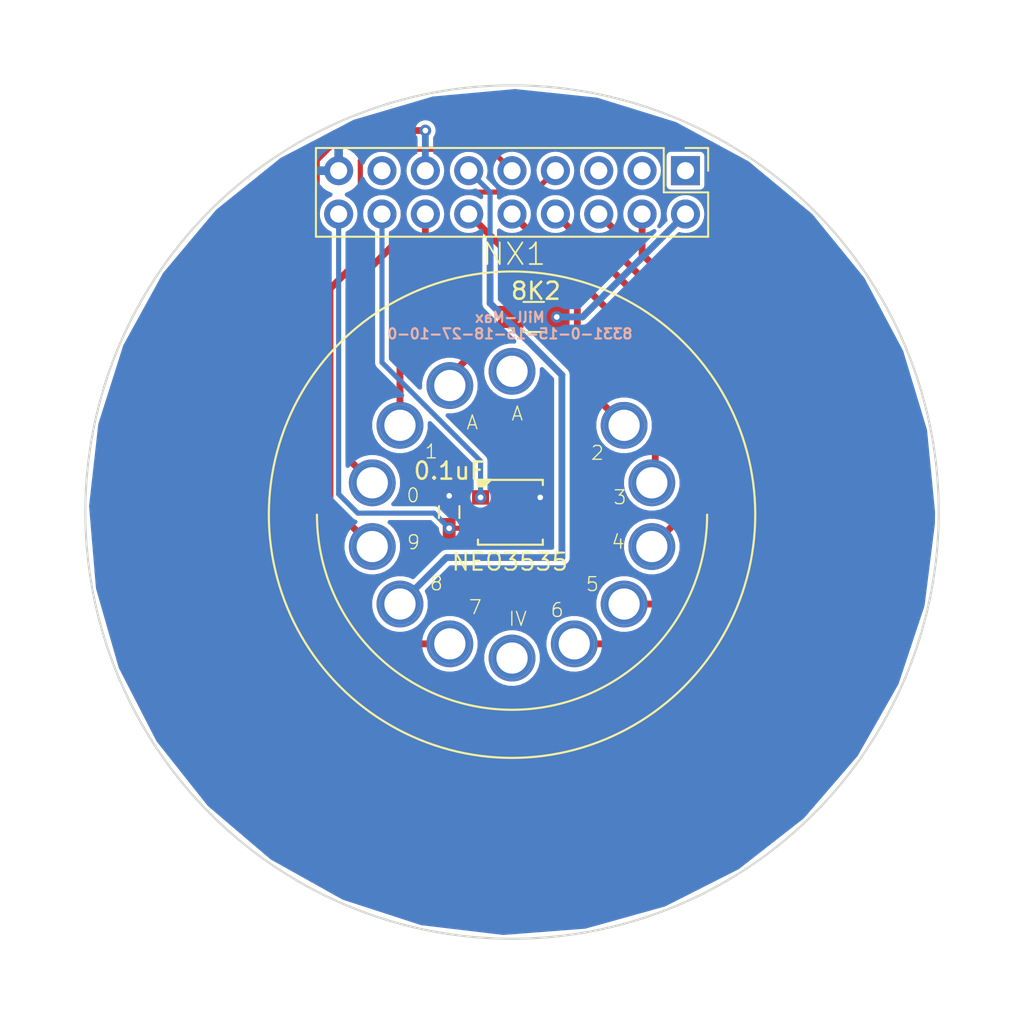
<source format=kicad_pcb>
(kicad_pcb (version 4) (host pcbnew 4.0.7)

  (general
    (links 17)
    (no_connects 1)
    (area 134.956499 94.316499 185.083501 144.443501)
    (thickness 1.6002)
    (drawings 4)
    (tracks 80)
    (zones 0)
    (modules 6)
    (nets 22)
  )

  (page A4)
  (layers
    (0 F.Cu signal)
    (31 B.Cu signal)
    (34 B.Paste user)
    (35 F.Paste user)
    (36 B.SilkS user)
    (37 F.SilkS user)
    (38 B.Mask user)
    (39 F.Mask user)
    (44 Edge.Cuts user)
  )

  (setup
    (last_trace_width 0.4)
    (user_trace_width 0.1524)
    (user_trace_width 0.2)
    (user_trace_width 0.25)
    (user_trace_width 0.3)
    (user_trace_width 0.4)
    (user_trace_width 0.5)
    (user_trace_width 0.6)
    (user_trace_width 0.8)
    (trace_clearance 0.254)
    (zone_clearance 0.1524)
    (zone_45_only no)
    (trace_min 0.1524)
    (segment_width 0.127)
    (edge_width 0.127)
    (via_size 0.6858)
    (via_drill 0.3302)
    (via_min_size 0.6858)
    (via_min_drill 0.3302)
    (uvia_size 0.508)
    (uvia_drill 0.127)
    (uvias_allowed no)
    (uvia_min_size 0.508)
    (uvia_min_drill 0.127)
    (pcb_text_width 0.127)
    (pcb_text_size 0.6 0.6)
    (mod_edge_width 0.127)
    (mod_text_size 0.6 0.6)
    (mod_text_width 0.127)
    (pad_size 1.524 1.524)
    (pad_drill 0.762)
    (pad_to_mask_clearance 0.05)
    (pad_to_paste_clearance -0.04)
    (aux_axis_origin 0 0)
    (grid_origin 160.02 119.38)
    (visible_elements 7FFFFF7F)
    (pcbplotparams
      (layerselection 0x3ffff_80000001)
      (usegerberextensions true)
      (usegerberattributes true)
      (excludeedgelayer true)
      (linewidth 0.127000)
      (plotframeref false)
      (viasonmask false)
      (mode 1)
      (useauxorigin false)
      (hpglpennumber 1)
      (hpglpenspeed 20)
      (hpglpendiameter 15)
      (hpglpenoverlay 2)
      (psnegative false)
      (psa4output false)
      (plotreference true)
      (plotvalue true)
      (plotinvisibletext false)
      (padsonsilk false)
      (subtractmaskfromsilk false)
      (outputformat 1)
      (mirror false)
      (drillshape 0)
      (scaleselection 1)
      (outputdirectory CAM/))
  )

  (net 0 "")
  (net 1 +5V)
  (net 2 GND)
  (net 3 /Anode)
  (net 4 /Din)
  (net 5 "Net-(J1-Pad3)")
  (net 6 /HV6)
  (net 7 /HV5)
  (net 8 /HV10)
  (net 9 /HV4)
  (net 10 /HV9)
  (net 11 /HV3)
  (net 12 /HV8)
  (net 13 /HV2)
  (net 14 /HV7)
  (net 15 /HV1)
  (net 16 "Net-(J1-Pad5)")
  (net 17 "Net-(J1-Pad1)")
  (net 18 "Net-(J1-Pad15)")
  (net 19 "Net-(LED1-Pad1-DO)")
  (net 20 "Net-(NX1-PadA)")
  (net 21 "Net-(NX1-PadA1)")

  (net_class Default "Imperial - this is the standard class"
    (clearance 0.254)
    (trace_width 0.254)
    (via_dia 0.6858)
    (via_drill 0.3302)
    (uvia_dia 0.508)
    (uvia_drill 0.127)
    (add_net +5V)
    (add_net /Anode)
    (add_net /Din)
    (add_net /HV1)
    (add_net /HV10)
    (add_net /HV2)
    (add_net /HV3)
    (add_net /HV4)
    (add_net /HV5)
    (add_net /HV6)
    (add_net /HV7)
    (add_net /HV8)
    (add_net /HV9)
    (add_net GND)
    (add_net "Net-(J1-Pad1)")
    (add_net "Net-(J1-Pad15)")
    (add_net "Net-(J1-Pad3)")
    (add_net "Net-(J1-Pad5)")
    (add_net "Net-(LED1-Pad1-DO)")
    (add_net "Net-(NX1-PadA)")
    (add_net "Net-(NX1-PadA1)")
  )

  (net_class 0.2mm ""
    (clearance 0.2)
    (trace_width 0.2)
    (via_dia 0.6858)
    (via_drill 0.3302)
    (uvia_dia 0.508)
    (uvia_drill 0.127)
  )

  (net_class Minimal ""
    (clearance 0.1524)
    (trace_width 0.1524)
    (via_dia 0.6858)
    (via_drill 0.3302)
    (uvia_dia 0.508)
    (uvia_drill 0.127)
  )

  (module Capacitors_SMD:C_0603_HandSoldering (layer F.Cu) (tedit 5AE37366) (tstamp 5A3B0B22)
    (at 156.337 119.38 90)
    (descr "Capacitor SMD 0603, hand soldering")
    (tags "capacitor 0603")
    (path /592C7A4C)
    (attr smd)
    (fp_text reference C1 (at 2.413 0.127 180) (layer F.SilkS) hide
      (effects (font (size 1 1) (thickness 0.15)))
    )
    (fp_text value 0.1uF (at 2.413 0 180) (layer F.SilkS)
      (effects (font (size 1 1) (thickness 0.15)))
    )
    (fp_text user %R (at 0 -1.25 90) (layer F.Fab)
      (effects (font (size 1 1) (thickness 0.15)))
    )
    (fp_line (start -0.8 0.4) (end -0.8 -0.4) (layer F.Fab) (width 0.1))
    (fp_line (start 0.8 0.4) (end -0.8 0.4) (layer F.Fab) (width 0.1))
    (fp_line (start 0.8 -0.4) (end 0.8 0.4) (layer F.Fab) (width 0.1))
    (fp_line (start -0.8 -0.4) (end 0.8 -0.4) (layer F.Fab) (width 0.1))
    (fp_line (start -0.35 -0.6) (end 0.35 -0.6) (layer F.SilkS) (width 0.12))
    (fp_line (start 0.35 0.6) (end -0.35 0.6) (layer F.SilkS) (width 0.12))
    (fp_line (start -1.8 -0.65) (end 1.8 -0.65) (layer F.CrtYd) (width 0.05))
    (fp_line (start -1.8 -0.65) (end -1.8 0.65) (layer F.CrtYd) (width 0.05))
    (fp_line (start 1.8 0.65) (end 1.8 -0.65) (layer F.CrtYd) (width 0.05))
    (fp_line (start 1.8 0.65) (end -1.8 0.65) (layer F.CrtYd) (width 0.05))
    (pad 1 smd rect (at -0.95 0 90) (size 1.2 0.75) (layers F.Cu F.Paste F.Mask)
      (net 1 +5V))
    (pad 2 smd rect (at 0.95 0 90) (size 1.2 0.75) (layers F.Cu F.Paste F.Mask)
      (net 2 GND))
    (model Capacitors_SMD.3dshapes/C_0603.wrl
      (at (xyz 0 0 0))
      (scale (xyz 1 1 1))
      (rotate (xyz 0 0 0))
    )
  )

  (module Pin_Headers:Pin_Header_Straight_2x09_Pitch2.54mm (layer F.Cu) (tedit 5A3B14FF) (tstamp 5A3B0B4A)
    (at 170.18 99.38 270)
    (descr "Through hole straight pin header, 2x09, 2.54mm pitch, double rows")
    (tags "Through hole pin header THT 2x09 2.54mm double row")
    (path /5A39B530)
    (fp_text reference J1 (at 1.27 -2.33 270) (layer F.SilkS) hide
      (effects (font (size 1 1) (thickness 0.15)))
    )
    (fp_text value Nixie (at 1.27 22.65 270) (layer F.Fab)
      (effects (font (size 1 1) (thickness 0.15)))
    )
    (fp_line (start 0 -1.27) (end 3.81 -1.27) (layer F.Fab) (width 0.1))
    (fp_line (start 3.81 -1.27) (end 3.81 21.59) (layer F.Fab) (width 0.1))
    (fp_line (start 3.81 21.59) (end -1.27 21.59) (layer F.Fab) (width 0.1))
    (fp_line (start -1.27 21.59) (end -1.27 0) (layer F.Fab) (width 0.1))
    (fp_line (start -1.27 0) (end 0 -1.27) (layer F.Fab) (width 0.1))
    (fp_line (start -1.33 21.65) (end 3.87 21.65) (layer F.SilkS) (width 0.12))
    (fp_line (start -1.33 1.27) (end -1.33 21.65) (layer F.SilkS) (width 0.12))
    (fp_line (start 3.87 -1.33) (end 3.87 21.65) (layer F.SilkS) (width 0.12))
    (fp_line (start -1.33 1.27) (end 1.27 1.27) (layer F.SilkS) (width 0.12))
    (fp_line (start 1.27 1.27) (end 1.27 -1.33) (layer F.SilkS) (width 0.12))
    (fp_line (start 1.27 -1.33) (end 3.87 -1.33) (layer F.SilkS) (width 0.12))
    (fp_line (start -1.33 0) (end -1.33 -1.33) (layer F.SilkS) (width 0.12))
    (fp_line (start -1.33 -1.33) (end 0 -1.33) (layer F.SilkS) (width 0.12))
    (fp_line (start -1.8 -1.8) (end -1.8 22.1) (layer F.CrtYd) (width 0.05))
    (fp_line (start -1.8 22.1) (end 4.35 22.1) (layer F.CrtYd) (width 0.05))
    (fp_line (start 4.35 22.1) (end 4.35 -1.8) (layer F.CrtYd) (width 0.05))
    (fp_line (start 4.35 -1.8) (end -1.8 -1.8) (layer F.CrtYd) (width 0.05))
    (fp_text user %R (at 1.27 10.16 360) (layer F.Fab)
      (effects (font (size 1 1) (thickness 0.15)))
    )
    (pad 1 thru_hole rect (at 0 0 270) (size 1.7 1.7) (drill 1) (layers *.Cu *.Mask)
      (net 17 "Net-(J1-Pad1)"))
    (pad 2 thru_hole oval (at 2.54 0 270) (size 1.7 1.7) (drill 1) (layers *.Cu *.Mask)
      (net 3 /Anode))
    (pad 3 thru_hole oval (at 0 2.54 270) (size 1.7 1.7) (drill 1) (layers *.Cu *.Mask)
      (net 5 "Net-(J1-Pad3)"))
    (pad 4 thru_hole oval (at 2.54 2.54 270) (size 1.7 1.7) (drill 1) (layers *.Cu *.Mask)
      (net 6 /HV6))
    (pad 5 thru_hole oval (at 0 5.08 270) (size 1.7 1.7) (drill 1) (layers *.Cu *.Mask)
      (net 16 "Net-(J1-Pad5)"))
    (pad 6 thru_hole oval (at 2.54 5.08 270) (size 1.7 1.7) (drill 1) (layers *.Cu *.Mask)
      (net 7 /HV5))
    (pad 7 thru_hole oval (at 0 7.62 270) (size 1.7 1.7) (drill 1) (layers *.Cu *.Mask)
      (net 8 /HV10))
    (pad 8 thru_hole oval (at 2.54 7.62 270) (size 1.7 1.7) (drill 1) (layers *.Cu *.Mask)
      (net 9 /HV4))
    (pad 9 thru_hole oval (at 0 10.16 270) (size 1.7 1.7) (drill 1) (layers *.Cu *.Mask)
      (net 10 /HV9))
    (pad 10 thru_hole oval (at 2.54 10.16 270) (size 1.7 1.7) (drill 1) (layers *.Cu *.Mask)
      (net 11 /HV3))
    (pad 11 thru_hole oval (at 0 12.7 270) (size 1.7 1.7) (drill 1) (layers *.Cu *.Mask)
      (net 12 /HV8))
    (pad 12 thru_hole oval (at 2.54 12.7 270) (size 1.7 1.7) (drill 1) (layers *.Cu *.Mask)
      (net 13 /HV2))
    (pad 13 thru_hole oval (at 0 15.24 270) (size 1.7 1.7) (drill 1) (layers *.Cu *.Mask)
      (net 14 /HV7))
    (pad 14 thru_hole oval (at 2.54 15.24 270) (size 1.7 1.7) (drill 1) (layers *.Cu *.Mask)
      (net 15 /HV1))
    (pad 15 thru_hole oval (at 0 17.78 270) (size 1.7 1.7) (drill 1) (layers *.Cu *.Mask)
      (net 18 "Net-(J1-Pad15)"))
    (pad 16 thru_hole oval (at 2.54 17.78 270) (size 1.7 1.7) (drill 1) (layers *.Cu *.Mask)
      (net 4 /Din))
    (pad 17 thru_hole oval (at 0 20.32 270) (size 1.7 1.7) (drill 1) (layers *.Cu *.Mask)
      (net 2 GND))
    (pad 18 thru_hole oval (at 2.54 20.32 270) (size 1.7 1.7) (drill 1) (layers *.Cu *.Mask)
      (net 1 +5V))
    (model ${KISYS3DMOD}/Pin_Headers.3dshapes/Pin_Header_Straight_2x09_Pitch2.54mm.wrl
      (at (xyz 0 0 0))
      (scale (xyz 1 1 1))
      (rotate (xyz 0 0 0))
    )
  )

  (module adafruit:adafruit-LED3535 (layer F.Cu) (tedit 5AE37384) (tstamp 5A3B0B5E)
    (at 159.92348 119.39524)
    (path /5A3B0860)
    (attr smd)
    (fp_text reference LED1 (at 3.175 -0.254 90) (layer F.SilkS) hide
      (effects (font (size 0.8128 0.8128) (thickness 0.1524)))
    )
    (fp_text value WS2812BSK6812MINI (at 0.127 2.54) (layer F.SilkS) hide
      (effects (font (size 0.4064 0.4064) (thickness 0.0508)))
    )
    (fp_line (start -1.74752 -1.74752) (end 1.74752 -1.74752) (layer Dwgs.User) (width 0.127))
    (fp_line (start 1.74752 -1.74752) (end 1.74752 1.74752) (layer Dwgs.User) (width 0.127))
    (fp_line (start 1.74752 1.74752) (end -1.74752 1.74752) (layer Dwgs.User) (width 0.127))
    (fp_line (start -1.74752 1.74752) (end -1.74752 -1.74752) (layer Dwgs.User) (width 0.127))
    (fp_line (start -1.89992 -1.59766) (end -1.89992 -1.89992) (layer F.SilkS) (width 0.127))
    (fp_line (start -1.89992 -1.89992) (end 1.89992 -1.89992) (layer F.SilkS) (width 0.127))
    (fp_line (start 1.89992 -1.89992) (end 1.89992 -1.59766) (layer F.SilkS) (width 0.127))
    (fp_line (start -1.89992 1.59766) (end -1.89992 1.89992) (layer F.SilkS) (width 0.127))
    (fp_line (start -1.89992 1.89992) (end 1.89992 1.89992) (layer F.SilkS) (width 0.127))
    (fp_line (start 1.89992 1.89992) (end 1.89992 1.59766) (layer F.SilkS) (width 0.127))
    (fp_poly (pts (xy -1.905 -1.905) (xy -1.905 -1.524) (xy -1.524 -1.524) (xy -1.143 -1.905)
      (xy -1.905 -1.905)) (layer F.SilkS) (width 0.127))
    (fp_circle (center 0 0) (end 0 -1.39954) (layer Dwgs.User) (width 0.127))
    (pad 1-DO smd rect (at 1.74752 0.87376 90) (size 0.84836 0.99822) (layers F.Cu F.Paste F.Mask)
      (net 19 "Net-(LED1-Pad1-DO)"))
    (pad 2-GN smd rect (at 1.74752 -0.87376 90) (size 0.84836 0.99822) (layers F.Cu F.Paste F.Mask)
      (net 2 GND))
    (pad 3-DI smd rect (at -1.74752 -0.87376 90) (size 0.84836 0.99822) (layers F.Cu F.Paste F.Mask)
      (net 4 /Din))
    (pad 4-VD smd rect (at -1.74752 0.87376 90) (size 0.84836 0.99822) (layers F.Cu F.Paste F.Mask)
      (net 1 +5V))
  )

  (module logos:mermaid_l (layer B.Cu) (tedit 0) (tstamp 5A3B1809)
    (at 163.322 134.62 180)
    (fp_text reference G*** (at 0 0 180) (layer B.SilkS) hide
      (effects (font (thickness 0.3)) (justify mirror))
    )
    (fp_text value LOGO (at 0.75 0 180) (layer B.SilkS) hide
      (effects (font (thickness 0.3)) (justify mirror))
    )
    (fp_poly (pts (xy 0.016811 3.773536) (xy 0.035492 3.771585) (xy 0.039687 3.770741) (xy 0.079417 3.757244)
      (xy 0.111324 3.737775) (xy 0.124832 3.725513) (xy 0.142677 3.704599) (xy 0.153161 3.684612)
      (xy 0.15793 3.661447) (xy 0.15875 3.64097) (xy 0.158058 3.61993) (xy 0.155124 3.604749)
      (xy 0.148654 3.590748) (xy 0.141938 3.580059) (xy 0.122141 3.557766) (xy 0.098998 3.544256)
      (xy 0.074141 3.539962) (xy 0.049199 3.545313) (xy 0.036501 3.55221) (xy 0.025568 3.560763)
      (xy 0.019906 3.570026) (xy 0.017449 3.584153) (xy 0.016932 3.59157) (xy 0.016648 3.608477)
      (xy 0.018904 3.618133) (xy 0.024587 3.623743) (xy 0.026084 3.624592) (xy 0.039465 3.627784)
      (xy 0.050441 3.626922) (xy 0.059967 3.622881) (xy 0.061919 3.615123) (xy 0.060823 3.608777)
      (xy 0.060289 3.596153) (xy 0.064906 3.590901) (xy 0.073078 3.592235) (xy 0.083211 3.599369)
      (xy 0.093713 3.61152) (xy 0.102989 3.6279) (xy 0.103896 3.629997) (xy 0.108418 3.643365)
      (xy 0.108287 3.6547) (xy 0.103467 3.669685) (xy 0.087643 3.698859) (xy 0.064252 3.721926)
      (xy 0.050164 3.731216) (xy 0.036916 3.737802) (xy 0.022748 3.741623) (xy 0.004134 3.743365)
      (xy -0.014288 3.743716) (xy -0.040147 3.742911) (xy -0.057394 3.740394) (xy -0.064294 3.73724)
      (xy -0.073648 3.731439) (xy -0.077728 3.730626) (xy -0.088165 3.726605) (xy -0.102163 3.716065)
      (xy -0.117406 3.701291) (xy -0.131579 3.684564) (xy -0.142367 3.668169) (xy -0.143717 3.665542)
      (xy -0.151883 3.648712) (xy -0.159332 3.633251) (xy -0.163088 3.620111) (xy -0.165384 3.598867)
      (xy -0.16631 3.568514) (xy -0.166318 3.553876) (xy -0.166026 3.5265) (xy -0.165145 3.506715)
      (xy -0.163111 3.491529) (xy -0.159359 3.477949) (xy -0.153324 3.462983) (xy -0.14625 3.447521)
      (xy -0.121753 3.405235) (xy -0.0903 3.36927) (xy -0.051325 3.33924) (xy -0.004264 3.314759)
      (xy 0.051447 3.295441) (xy 0.089958 3.28602) (xy 0.119366 3.282227) (xy 0.156195 3.281263)
      (xy 0.197719 3.282946) (xy 0.241212 3.28709) (xy 0.283951 3.293513) (xy 0.321687 3.301638)
      (xy 0.342155 3.307861) (xy 0.360849 3.315263) (xy 0.376278 3.322945) (xy 0.386953 3.330006)
      (xy 0.391385 3.335547) (xy 0.388082 3.338667) (xy 0.383597 3.339042) (xy 0.373649 3.342219)
      (xy 0.357833 3.350734) (xy 0.338335 3.36306) (xy 0.317344 3.377673) (xy 0.297047 3.393046)
      (xy 0.279632 3.407655) (xy 0.267286 3.419973) (xy 0.26692 3.420407) (xy 0.246827 3.446164)
      (xy 0.232225 3.469838) (xy 0.221889 3.494463) (xy 0.214597 3.523071) (xy 0.209127 3.558694)
      (xy 0.208269 3.565849) (xy 0.208225 3.599519) (xy 0.214696 3.635439) (xy 0.226608 3.670269)
      (xy 0.242885 3.700666) (xy 0.257355 3.718587) (xy 0.284712 3.739246) (xy 0.316451 3.752322)
      (xy 0.350326 3.757709) (xy 0.384089 3.755304) (xy 0.415495 3.745003) (xy 0.441854 3.727116)
      (xy 0.456743 3.708989) (xy 0.464158 3.687733) (xy 0.465666 3.667574) (xy 0.46447 3.649678)
      (xy 0.459418 3.636679) (xy 0.44831 3.623019) (xy 0.447843 3.622523) (xy 0.432662 3.60928)
      (xy 0.418526 3.60395) (xy 0.413448 3.603625) (xy 0.394908 3.608269) (xy 0.381565 3.620647)
      (xy 0.375782 3.638431) (xy 0.375708 3.640833) (xy 0.378805 3.655072) (xy 0.386689 3.660815)
      (xy 0.397247 3.657238) (xy 0.40302 3.65151) (xy 0.411119 3.643576) (xy 0.417703 3.64383)
      (xy 0.420717 3.645984) (xy 0.426691 3.656909) (xy 0.428309 3.673525) (xy 0.425542 3.691863)
      (xy 0.421138 3.703294) (xy 0.410709 3.716673) (xy 0.399156 3.725521) (xy 0.381042 3.731036)
      (xy 0.358057 3.732598) (xy 0.335132 3.730244) (xy 0.318905 3.724949) (xy 0.298369 3.711409)
      (xy 0.278961 3.693672) (xy 0.264484 3.675356) (xy 0.26187 3.670693) (xy 0.258107 3.658302)
      (xy 0.255508 3.640465) (xy 0.254155 3.620218) (xy 0.254128 3.6006) (xy 0.25551 3.584648)
      (xy 0.258381 3.5754) (xy 0.259291 3.574521) (xy 0.263387 3.567227) (xy 0.264583 3.558334)
      (xy 0.266434 3.54854) (xy 0.269875 3.545417) (xy 0.274956 3.541344) (xy 0.275166 3.539772)
      (xy 0.278369 3.532005) (xy 0.286651 3.519125) (xy 0.298022 3.503894) (xy 0.310492 3.489074)
      (xy 0.315691 3.483521) (xy 0.332808 3.469181) (xy 0.356966 3.453086) (xy 0.385192 3.436898)
      (xy 0.41451 3.422278) (xy 0.441945 3.410886) (xy 0.451563 3.407656) (xy 0.513508 3.39253)
      (xy 0.572008 3.386659) (xy 0.6285 3.390216) (xy 0.684423 3.403376) (xy 0.741216 3.42631)
      (xy 0.78052 3.447259) (xy 0.817352 3.46804) (xy 0.848125 3.483558) (xy 0.875501 3.494552)
      (xy 0.902139 3.501759) (xy 0.9307 3.505917) (xy 0.963843 3.507764) (xy 0.999762 3.50806)
      (xy 1.029829 3.507596) (xy 1.058475 3.506543) (xy 1.08289 3.505047) (xy 1.100268 3.50325)
      (xy 1.103312 3.502746) (xy 1.124251 3.498943) (xy 1.148566 3.494739) (xy 1.16152 3.492588)
      (xy 1.183437 3.488718) (xy 1.205109 3.484407) (xy 1.21576 3.482026) (xy 1.242534 3.475574)
      (xy 1.261268 3.470981) (xy 1.27422 3.467665) (xy 1.283649 3.465044) (xy 1.29181 3.462534)
      (xy 1.293812 3.46189) (xy 1.330054 3.447173) (xy 1.362613 3.428217) (xy 1.390124 3.406284)
      (xy 1.411222 3.382636) (xy 1.42454 3.358536) (xy 1.428749 3.337087) (xy 1.430965 3.31796)
      (xy 1.436932 3.293293) (xy 1.445634 3.266996) (xy 1.4496 3.257021) (xy 1.460028 3.223921)
      (xy 1.465344 3.188889) (xy 1.465701 3.173183) (xy 1.465206 3.152449) (xy 1.465622 3.140318)
      (xy 1.467505 3.134815) (xy 1.471411 3.133966) (xy 1.476375 3.135313) (xy 1.485246 3.136563)
      (xy 1.485546 3.132317) (xy 1.477379 3.123141) (xy 1.473497 3.119686) (xy 1.464568 3.110292)
      (xy 1.463129 3.101507) (xy 1.465406 3.093994) (xy 1.472998 3.082438) (xy 1.485846 3.06985)
      (xy 1.491895 3.065257) (xy 1.507592 3.051442) (xy 1.513053 3.038041) (xy 1.508312 3.023896)
      (xy 1.493572 3.007997) (xy 1.481954 2.996879) (xy 1.477871 2.989625) (xy 1.480148 2.984092)
      (xy 1.480343 2.983889) (xy 1.48489 2.973373) (xy 1.486712 2.956585) (xy 1.485771 2.93749)
      (xy 1.482027 2.920051) (xy 1.481007 2.917281) (xy 1.468042 2.883178) (xy 1.459777 2.85676)
      (xy 1.455764 2.836468) (xy 1.455208 2.827306) (xy 1.451635 2.812089) (xy 1.440656 2.801224)
      (xy 1.433744 2.797314) (xy 1.425278 2.794661) (xy 1.41333 2.793085) (xy 1.395971 2.79241)
      (xy 1.371273 2.792457) (xy 1.349375 2.792809) (xy 1.31873 2.793255) (xy 1.296659 2.793112)
      (xy 1.281157 2.792186) (xy 1.270221 2.790279) (xy 1.261849 2.787196) (xy 1.255447 2.783626)
      (xy 1.244268 2.774775) (xy 1.238474 2.766405) (xy 1.23825 2.764974) (xy 1.235863 2.757876)
      (xy 1.233805 2.756959) (xy 1.229201 2.752098) (xy 1.223916 2.739092) (xy 1.218503 2.720308)
      (xy 1.213515 2.698112) (xy 1.209506 2.674871) (xy 1.207028 2.652951) (xy 1.2065 2.640132)
      (xy 1.207874 2.614203) (xy 1.211589 2.582523) (xy 1.217032 2.549504) (xy 1.222776 2.522803)
      (xy 1.235661 2.473043) (xy 1.247332 2.433315) (xy 1.257929 2.403156) (xy 1.259293 2.399771)
      (xy 1.264013 2.387513) (xy 1.269636 2.371955) (xy 1.270086 2.370667) (xy 1.278721 2.347809)
      (xy 1.289907 2.322021) (xy 1.304888 2.290463) (xy 1.308378 2.283355) (xy 1.317963 2.259043)
      (xy 1.323702 2.234224) (xy 1.325348 2.211548) (xy 1.322652 2.19366) (xy 1.317561 2.184909)
      (xy 1.307186 2.176016) (xy 1.292853 2.165074) (xy 1.277255 2.153968) (xy 1.263087 2.144581)
      (xy 1.253044 2.138797) (xy 1.250232 2.137834) (xy 1.242386 2.13401) (xy 1.231208 2.124466)
      (xy 1.219519 2.11209) (xy 1.21014 2.099773) (xy 1.206613 2.093154) (xy 1.204218 2.073293)
      (xy 1.210459 2.048342) (xy 1.211685 2.04523) (xy 1.220793 2.023791) (xy 1.23213 1.998543)
      (xy 1.244765 1.971403) (xy 1.257766 1.944284) (xy 1.270202 1.9191) (xy 1.281142 1.897767)
      (xy 1.289653 1.882198) (xy 1.294804 1.874308) (xy 1.294911 1.874195) (xy 1.300737 1.866426)
      (xy 1.30175 1.863411) (xy 1.305702 1.855954) (xy 1.316422 1.843726) (xy 1.332206 1.828296)
      (xy 1.351351 1.811235) (xy 1.372151 1.794113) (xy 1.392903 1.778501) (xy 1.397 1.775628)
      (xy 1.412481 1.764474) (xy 1.432822 1.749179) (xy 1.456251 1.731147) (xy 1.480994 1.711783)
      (xy 1.505277 1.692489) (xy 1.527327 1.674669) (xy 1.54537 1.659728) (xy 1.557633 1.649068)
      (xy 1.561041 1.645785) (xy 1.566531 1.641261) (xy 1.577559 1.632846) (xy 1.584854 1.62743)
      (xy 1.599074 1.616479) (xy 1.610642 1.606732) (xy 1.613958 1.603563) (xy 1.621166 1.597319)
      (xy 1.63503 1.586326) (xy 1.653625 1.57203) (xy 1.675029 1.555881) (xy 1.697317 1.539326)
      (xy 1.718566 1.523814) (xy 1.736854 1.510793) (xy 1.740958 1.507944) (xy 1.75542 1.497422)
      (xy 1.767734 1.487559) (xy 1.769672 1.48584) (xy 1.781335 1.477351) (xy 1.789516 1.473434)
      (xy 1.797549 1.469117) (xy 1.799166 1.466423) (xy 1.803588 1.462135) (xy 1.814535 1.456503)
      (xy 1.817687 1.455209) (xy 1.829662 1.449593) (xy 1.835937 1.444862) (xy 1.836208 1.4441)
      (xy 1.840779 1.440501) (xy 1.852852 1.434525) (xy 1.869967 1.42737) (xy 1.872824 1.426267)
      (xy 1.88894 1.420424) (xy 1.902804 1.416562) (xy 1.917198 1.414357) (xy 1.934907 1.413483)
      (xy 1.958714 1.413615) (xy 1.977334 1.414048) (xy 2.011477 1.415666) (xy 2.050591 1.418652)
      (xy 2.089221 1.422539) (xy 2.114726 1.425785) (xy 2.14488 1.42989) (xy 2.16751 1.432256)
      (xy 2.18552 1.432964) (xy 2.201812 1.432095) (xy 2.219288 1.429731) (xy 2.224528 1.428856)
      (xy 2.245404 1.424861) (xy 2.257747 1.421152) (xy 2.263552 1.416902) (xy 2.264833 1.412127)
      (xy 2.263508 1.406717) (xy 2.257986 1.403732) (xy 2.245944 1.402491) (xy 2.231409 1.402292)
      (xy 2.207764 1.401303) (xy 2.182238 1.398663) (xy 2.158033 1.394866) (xy 2.138355 1.390404)
      (xy 2.12725 1.386276) (xy 2.123304 1.383434) (xy 2.123829 1.381057) (xy 2.130164 1.378752)
      (xy 2.143652 1.376125) (xy 2.165634 1.37278) (xy 2.180166 1.370725) (xy 2.208747 1.366286)
      (xy 2.230983 1.361492) (xy 2.251087 1.355226) (xy 2.27327 1.34637) (xy 2.275416 1.345449)
      (xy 2.291879 1.337058) (xy 2.307873 1.326809) (xy 2.32072 1.316668) (xy 2.327745 1.308602)
      (xy 2.328333 1.306591) (xy 2.323743 1.304335) (xy 2.312281 1.304011) (xy 2.297402 1.305252)
      (xy 2.282566 1.307694) (xy 2.271229 1.31097) (xy 2.267743 1.312991) (xy 2.258675 1.31683)
      (xy 2.251604 1.317626) (xy 2.239817 1.320172) (xy 2.234786 1.323331) (xy 2.225761 1.326846)
      (xy 2.213884 1.326984) (xy 2.204136 1.325219) (xy 2.204029 1.323129) (xy 2.20927 1.320799)
      (xy 2.23606 1.310129) (xy 2.25511 1.301894) (xy 2.268643 1.294964) (xy 2.278885 1.288209)
      (xy 2.287322 1.281169) (xy 2.296853 1.2715) (xy 2.301715 1.264499) (xy 2.301875 1.263719)
      (xy 2.297454 1.259587) (xy 2.285098 1.260225) (xy 2.266162 1.265338) (xy 2.242005 1.274631)
      (xy 2.232778 1.27872) (xy 2.210862 1.287938) (xy 2.195226 1.292907) (xy 2.186673 1.293593)
      (xy 2.186011 1.289959) (xy 2.194044 1.28197) (xy 2.19612 1.28034) (xy 2.207237 1.273141)
      (xy 2.215319 1.270118) (xy 2.221801 1.265714) (xy 2.226876 1.256324) (xy 2.227791 1.251047)
      (xy 2.223516 1.248302) (xy 2.212505 1.249392) (xy 2.197482 1.253408) (xy 2.181171 1.259436)
      (xy 2.166296 1.266566) (xy 2.15558 1.273887) (xy 2.153708 1.275833) (xy 2.146702 1.280288)
      (xy 2.132687 1.286789) (xy 2.114695 1.294037) (xy 2.095756 1.300732) (xy 2.095124 1.300937)
      (xy 2.07869 1.304461) (xy 2.057774 1.306667) (xy 2.046312 1.307042) (xy 2.028903 1.306558)
      (xy 2.018807 1.304253) (xy 2.012768 1.298853) (xy 2.009183 1.29249) (xy 2.005287 1.278785)
      (xy 2.008579 1.265874) (xy 2.019902 1.252443) (xy 2.040101 1.237179) (xy 2.048014 1.232048)
      (xy 2.069352 1.218173) (xy 2.083328 1.207722) (xy 2.091758 1.198848) (xy 2.096459 1.189706)
      (xy 2.098878 1.180349) (xy 2.099775 1.168122) (xy 2.095521 1.163627) (xy 2.094838 1.16354)
      (xy 2.077123 1.165005) (xy 2.064663 1.173081) (xy 2.054291 1.180457) (xy 2.036679 1.190046)
      (xy 2.014573 1.20055) (xy 1.990717 1.210671) (xy 1.967857 1.219114) (xy 1.965854 1.219776)
      (xy 1.928101 1.233609) (xy 1.898307 1.248381) (xy 1.87387 1.26573) (xy 1.852189 1.287294)
      (xy 1.844908 1.29597) (xy 1.82922 1.314316) (xy 1.813605 1.330793) (xy 1.80082 1.342542)
      (xy 1.797992 1.344686) (xy 1.786309 1.353213) (xy 1.778836 1.359346) (xy 1.778 1.360236)
      (xy 1.771224 1.365606) (xy 1.75693 1.374794) (xy 1.736985 1.386729) (xy 1.713259 1.400343)
      (xy 1.687619 1.414565) (xy 1.661936 1.428326) (xy 1.638076 1.440557) (xy 1.635125 1.442019)
      (xy 1.587553 1.46584) (xy 1.546283 1.487396) (xy 1.507857 1.50852) (xy 1.481666 1.52353)
      (xy 1.464862 1.532936) (xy 1.450648 1.540248) (xy 1.443302 1.543429) (xy 1.435482 1.548118)
      (xy 1.434041 1.551076) (xy 1.429946 1.555562) (xy 1.42835 1.55575) (xy 1.421455 1.558368)
      (xy 1.407463 1.565519) (xy 1.388265 1.576151) (xy 1.365753 1.589212) (xy 1.341819 1.60365)
      (xy 1.338081 1.605957) (xy 1.328838 1.611626) (xy 1.314356 1.620452) (xy 1.303686 1.626934)
      (xy 1.289183 1.635949) (xy 1.278713 1.64286) (xy 1.275291 1.645485) (xy 1.269816 1.650117)
      (xy 1.258818 1.65865) (xy 1.251479 1.66417) (xy 1.234056 1.677274) (xy 1.220686 1.687881)
      (xy 1.208649 1.698391) (xy 1.195222 1.711206) (xy 1.177684 1.728725) (xy 1.173427 1.733021)
      (xy 1.154691 1.753203) (xy 1.136473 1.774958) (xy 1.121826 1.794574) (xy 1.117957 1.80049)
      (xy 1.107458 1.815879) (xy 1.098096 1.826821) (xy 1.091977 1.830917) (xy 1.085418 1.828569)
      (xy 1.084785 1.826948) (xy 1.081627 1.820717) (xy 1.073818 1.810294) (xy 1.071556 1.807605)
      (xy 1.063024 1.796859) (xy 1.058535 1.789598) (xy 1.058333 1.788759) (xy 1.055116 1.78268)
      (xy 1.048847 1.77503) (xy 1.038358 1.760344) (xy 1.026121 1.737991) (xy 1.013216 1.710506)
      (xy 1.00072 1.680421) (xy 0.989714 1.650268) (xy 0.981275 1.622581) (xy 0.977986 1.608667)
      (xy 0.968972 1.562362) (xy 0.962328 1.523365) (xy 0.95779 1.488735) (xy 0.955093 1.45553)
      (xy 0.953972 1.420809) (xy 0.954162 1.38163) (xy 0.954874 1.352021) (xy 0.955956 1.318336)
      (xy 0.957154 1.287144) (xy 0.958377 1.260422) (xy 0.959534 1.240144) (xy 0.960534 1.228284)
      (xy 0.960617 1.227667) (xy 0.961429 1.217554) (xy 0.962358 1.198447) (xy 0.96335 1.171939)
      (xy 0.964353 1.139617) (xy 0.96531 1.103071) (xy 0.96617 1.063891) (xy 0.966176 1.063625)
      (xy 0.966988 1.016579) (xy 0.967314 0.977779) (xy 0.967075 0.9449) (xy 0.96619 0.915612)
      (xy 0.964579 0.887587) (xy 0.962164 0.858498) (xy 0.958863 0.826017) (xy 0.95765 0.814917)
      (xy 0.951084 0.75682) (xy 0.945176 0.707679) (xy 0.939682 0.665903) (xy 0.934356 0.629902)
      (xy 0.928956 0.598088) (xy 0.923235 0.56887) (xy 0.916949 0.54066) (xy 0.912885 0.523875)
      (xy 0.906794 0.498662) (xy 0.901413 0.475129) (xy 0.897462 0.456489) (xy 0.895973 0.44834)
      (xy 0.892856 0.434708) (xy 0.889085 0.426281) (xy 0.888285 0.425538) (xy 0.884592 0.418555)
      (xy 0.883669 0.411115) (xy 0.882028 0.401383) (xy 0.877635 0.38436) (xy 0.871226 0.362746)
      (xy 0.866028 0.346605) (xy 0.857767 0.321534) (xy 0.84996 0.297435) (xy 0.843739 0.277819)
      (xy 0.841302 0.269875) (xy 0.836378 0.25453) (xy 0.832191 0.243342) (xy 0.830942 0.240771)
      (xy 0.827336 0.232696) (xy 0.822295 0.21902) (xy 0.820702 0.214313) (xy 0.81395 0.195276)
      (xy 0.806669 0.176625) (xy 0.80583 0.174625) (xy 0.798972 0.158321) (xy 0.792944 0.14374)
      (xy 0.792593 0.142875) (xy 0.786649 0.129107) (xy 0.782549 0.120458) (xy 0.778574 0.110063)
      (xy 0.777875 0.105842) (xy 0.775639 0.099184) (xy 0.769428 0.084596) (xy 0.759982 0.063622)
      (xy 0.748042 0.037806) (xy 0.734349 0.008691) (xy 0.719644 -0.022178) (xy 0.704668 -0.053257)
      (xy 0.690162 -0.083002) (xy 0.676867 -0.10987) (xy 0.665523 -0.132316) (xy 0.656873 -0.148797)
      (xy 0.651656 -0.157769) (xy 0.650888 -0.15875) (xy 0.64704 -0.164585) (xy 0.640139 -0.176579)
      (xy 0.635415 -0.185208) (xy 0.622667 -0.207639) (xy 0.605809 -0.235506) (xy 0.586295 -0.266573)
      (xy 0.565581 -0.298607) (xy 0.545121 -0.329373) (xy 0.52637 -0.356639) (xy 0.510784 -0.378168)
      (xy 0.504464 -0.386291) (xy 0.49882 -0.393433) (xy 0.48822 -0.406992) (xy 0.474188 -0.425014)
      (xy 0.458423 -0.445321) (xy 0.386268 -0.531586) (xy 0.305323 -0.615902) (xy 0.217382 -0.696433)
      (xy 0.193138 -0.716902) (xy 0.177764 -0.729736) (xy 0.165728 -0.739925) (xy 0.159212 -0.745619)
      (xy 0.15875 -0.74607) (xy 0.15364 -0.750212) (xy 0.141905 -0.75919) (xy 0.125441 -0.771566)
      (xy 0.111125 -0.782215) (xy 0.091503 -0.796811) (xy 0.074346 -0.809688) (xy 0.061903 -0.819151)
      (xy 0.057234 -0.822811) (xy 0.046348 -0.830914) (xy 0.033422 -0.839659) (xy 0.019429 -0.849492)
      (xy 0.008262 -0.85853) (xy -0.00115 -0.865562) (xy -0.006772 -0.867833) (xy -0.013177 -0.871028)
      (xy -0.024494 -0.879231) (xy -0.033185 -0.886354) (xy -0.046046 -0.896711) (xy -0.055853 -0.903433)
      (xy -0.059243 -0.904875) (xy -0.065136 -0.907527) (xy -0.076973 -0.9143) (xy -0.09191 -0.923419)
      (xy -0.107104 -0.933106) (xy -0.119711 -0.941585) (xy -0.126887 -0.947081) (xy -0.127 -0.947193)
      (xy -0.133129 -0.951521) (xy -0.142875 -0.957378) (xy -0.152011 -0.962765) (xy -0.168175 -0.972485)
      (xy -0.189376 -0.985333) (xy -0.213623 -1.000104) (xy -0.223801 -1.006326) (xy -0.247553 -1.020777)
      (xy -0.267952 -1.033032) (xy -0.283378 -1.04213) (xy -0.292207 -1.047106) (xy -0.293632 -1.04775)
      (xy -0.298902 -1.050229) (xy -0.310818 -1.056768) (xy -0.326931 -1.066017) (xy -0.328991 -1.067222)
      (xy -0.356603 -1.083148) (xy -0.386048 -1.099703) (xy -0.414493 -1.115327) (xy -0.439106 -1.128464)
      (xy -0.455084 -1.136599) (xy -0.467632 -1.14309) (xy -0.475484 -1.147821) (xy -0.47625 -1.148468)
      (xy -0.481786 -1.151903) (xy -0.494692 -1.158989) (xy -0.512891 -1.168607) (xy -0.529167 -1.177013)
      (xy -0.578322 -1.202179) (xy -0.622845 -1.225001) (xy -0.661951 -1.245075) (xy -0.694854 -1.261998)
      (xy -0.720769 -1.275365) (xy -0.73891 -1.284772) (xy -0.748492 -1.289816) (xy -0.748968 -1.290075)
      (xy -0.758048 -1.294813) (xy -0.773987 -1.302904) (xy -0.794153 -1.313017) (xy -0.80698 -1.3194)
      (xy -0.881231 -1.35675) (xy -0.94652 -1.390707) (xy -1.003734 -1.421745) (xy -1.05376 -1.450342)
      (xy -1.076855 -1.464177) (xy -1.090458 -1.471801) (xy -1.098021 -1.475597) (xy -1.105412 -1.479911)
      (xy -1.119579 -1.488876) (xy -1.138874 -1.501392) (xy -1.161647 -1.516359) (xy -1.18625 -1.532677)
      (xy -1.211035 -1.549246) (xy -1.234352 -1.564966) (xy -1.254552 -1.578737) (xy -1.269988 -1.58946)
      (xy -1.279009 -1.596033) (xy -1.280584 -1.5974) (xy -1.28583 -1.602217) (xy -1.296881 -1.611472)
      (xy -1.309688 -1.621833) (xy -1.369914 -1.675393) (xy -1.421218 -1.732685) (xy -1.463288 -1.79318)
      (xy -1.495811 -1.856346) (xy -1.518476 -1.921651) (xy -1.530971 -1.988566) (xy -1.532115 -2.00072)
      (xy -1.533533 -2.021291) (xy -1.533389 -2.03401) (xy -1.531178 -2.041555) (xy -1.526396 -2.046606)
      (xy -1.523028 -2.048937) (xy -1.508982 -2.055507) (xy -1.492365 -2.060056) (xy -1.492229 -2.060079)
      (xy -1.452691 -2.067475) (xy -1.418964 -2.075738) (xy -1.394355 -2.083271) (xy -1.372487 -2.090356)
      (xy -1.346337 -2.098616) (xy -1.322917 -2.10585) (xy -1.302468 -2.112199) (xy -1.284909 -2.117877)
      (xy -1.273608 -2.12179) (xy -1.272646 -2.122164) (xy -1.262724 -2.125949) (xy -1.246121 -2.132103)
      (xy -1.226116 -2.139411) (xy -1.222375 -2.140766) (xy -1.203039 -2.148094) (xy -1.187481 -2.154598)
      (xy -1.178496 -2.159093) (xy -1.177661 -2.159711) (xy -1.168071 -2.163984) (xy -1.164987 -2.164291)
      (xy -1.156849 -2.166561) (xy -1.141251 -2.172762) (xy -1.120145 -2.181983) (xy -1.095482 -2.193313)
      (xy -1.069213 -2.20584) (xy -1.043289 -2.218653) (xy -1.019661 -2.230841) (xy -1.002771 -2.240067)
      (xy -0.979183 -2.253619) (xy -0.954406 -2.268128) (xy -0.930964 -2.28209) (xy -0.911386 -2.293997)
      (xy -0.898196 -2.302344) (xy -0.897227 -2.302991) (xy -0.84537 -2.340492) (xy -0.792658 -2.383257)
      (xy -0.741528 -2.42907) (xy -0.694416 -2.475712) (xy -0.653759 -2.520968) (xy -0.642579 -2.534708)
      (xy -0.628634 -2.552018) (xy -0.616971 -2.565902) (xy -0.609232 -2.574434) (xy -0.607219 -2.576159)
      (xy -0.603295 -2.582213) (xy -0.60325 -2.582995) (xy -0.599953 -2.59017) (xy -0.592419 -2.599694)
      (xy -0.584795 -2.609595) (xy -0.573492 -2.626331) (xy -0.559985 -2.647494) (xy -0.545751 -2.670677)
      (xy -0.532266 -2.693472) (xy -0.521004 -2.713471) (xy -0.513442 -2.728265) (xy -0.512956 -2.729342)
      (xy -0.506925 -2.740667) (xy -0.501953 -2.746251) (xy -0.501417 -2.746375) (xy -0.497764 -2.750622)
      (xy -0.497417 -2.753524) (xy -0.495063 -2.76201) (xy -0.489037 -2.775934) (xy -0.484188 -2.785554)
      (xy -0.476676 -2.800966) (xy -0.471883 -2.81327) (xy -0.470959 -2.817651) (xy -0.468504 -2.82541)
      (xy -0.46699 -2.826631) (xy -0.463351 -2.832354) (xy -0.457475 -2.846051) (xy -0.450118 -2.865545)
      (xy -0.442034 -2.888659) (xy -0.433976 -2.913215) (xy -0.4267 -2.937036) (xy -0.420958 -2.957944)
      (xy -0.419645 -2.963333) (xy -0.414816 -2.982772) (xy -0.410227 -2.999259) (xy -0.40721 -3.008312)
      (xy -0.403349 -3.020934) (xy -0.400065 -3.036847) (xy -0.399977 -3.037416) (xy -0.397973 -3.049953)
      (xy -0.394675 -3.070065) (xy -0.390554 -3.094892) (xy -0.386442 -3.119437) (xy -0.382507 -3.145522)
      (xy -0.379552 -3.172135) (xy -0.377442 -3.20146) (xy -0.376041 -3.23568) (xy -0.375217 -3.276977)
      (xy -0.374941 -3.306237) (xy -0.374907 -3.341428) (xy -0.375253 -3.373114) (xy -0.375932 -3.399753)
      (xy -0.376895 -3.4198) (xy -0.378095 -3.431711) (xy -0.378888 -3.43429) (xy -0.385103 -3.433466)
      (xy -0.398593 -3.427213) (xy -0.41801 -3.416235) (xy -0.441209 -3.401752) (xy -0.483878 -3.374892)
      (xy -0.526415 -3.34985) (xy -0.571041 -3.325433) (xy -0.619976 -3.30045) (xy -0.67544 -3.27371)
      (xy -0.709084 -3.258031) (xy -0.744498 -3.241758) (xy -0.773275 -3.228687) (xy -0.794644 -3.21916)
      (xy -0.807839 -3.213522) (xy -0.812017 -3.212041) (xy -0.817473 -3.210007) (xy -0.830202 -3.204577)
      (xy -0.847855 -3.196764) (xy -0.855541 -3.193302) (xy -0.87586 -3.184131) (xy -0.893504 -3.176218)
      (xy -0.905456 -3.170914) (xy -0.907521 -3.170016) (xy -0.918356 -3.165316) (xy -0.934412 -3.158299)
      (xy -0.944563 -3.153846) (xy -0.976212 -3.140021) (xy -0.999364 -3.130101) (xy -1.015151 -3.123604)
      (xy -1.018646 -3.12224) (xy -1.034695 -3.115354) (xy -1.057193 -3.104752) (xy -1.083338 -3.091857)
      (xy -1.110325 -3.078089) (xy -1.135352 -3.064868) (xy -1.155614 -3.053616) (xy -1.164167 -3.048495)
      (xy -1.18064 -3.036718) (xy -1.199817 -3.020816) (xy -1.220061 -3.002427) (xy -1.239737 -2.983188)
      (xy -1.257209 -2.964736) (xy -1.27084 -2.948708) (xy -1.278994 -2.936743) (xy -1.280584 -2.931984)
      (xy -1.284494 -2.925639) (xy -1.284991 -2.925409) (xy -1.290019 -2.9202) (xy -1.298403 -2.9087)
      (xy -1.308276 -2.893826) (xy -1.317775 -2.878494) (xy -1.325035 -2.865619) (xy -1.32819 -2.858117)
      (xy -1.328209 -2.857838) (xy -1.332 -2.851529) (xy -1.332427 -2.851326) (xy -1.337013 -2.84591)
      (xy -1.344025 -2.834059) (xy -1.348297 -2.82575) (xy -1.354863 -2.813311) (xy -1.359169 -2.807024)
      (xy -1.360124 -2.807229) (xy -1.360267 -2.814002) (xy -1.360556 -2.829563) (xy -1.360961 -2.852114)
      (xy -1.361448 -2.879861) (xy -1.36193 -2.90777) (xy -1.363484 -2.959059) (xy -1.366614 -3.002125)
      (xy -1.371909 -3.039285) (xy -1.379955 -3.072855) (xy -1.391341 -3.105149) (xy -1.406655 -3.138482)
      (xy -1.426484 -3.175172) (xy -1.432473 -3.185583) (xy -1.441516 -3.200851) (xy -1.454792 -3.222887)
      (xy -1.470945 -3.249473) (xy -1.488616 -3.278392) (xy -1.506447 -3.307427) (xy -1.523079 -3.334361)
      (xy -1.537156 -3.356975) (xy -1.546782 -3.372217) (xy -1.556574 -3.387882) (xy -1.563588 -3.399817)
      (xy -1.566333 -3.405482) (xy -1.566334 -3.405513) (xy -1.569332 -3.411428) (xy -1.571875 -3.414671)
      (xy -1.578955 -3.424037) (xy -1.58836 -3.437955) (xy -1.598309 -3.453578) (xy -1.607021 -3.468061)
      (xy -1.612717 -3.478559) (xy -1.613959 -3.481937) (xy -1.617841 -3.488012) (xy -1.618012 -3.48809)
      (xy -1.62267 -3.49336) (xy -1.6306 -3.505128) (xy -1.640113 -3.520543) (xy -1.649522 -3.536754)
      (xy -1.657137 -3.550911) (xy -1.661271 -3.560162) (xy -1.661584 -3.56167) (xy -1.66483 -3.566534)
      (xy -1.665553 -3.566624) (xy -1.670608 -3.570852) (xy -1.67527 -3.57853) (xy -1.6797 -3.587499)
      (xy -1.687831 -3.603801) (xy -1.698602 -3.625313) (xy -1.710953 -3.649918) (xy -1.714283 -3.656541)
      (xy -1.728714 -3.685357) (xy -1.739369 -3.707018) (xy -1.747301 -3.723791) (xy -1.753561 -3.73794)
      (xy -1.759201 -3.751728) (xy -1.762834 -3.761052) (xy -1.768776 -3.776191) (xy -1.77226 -3.784864)
      (xy -1.776532 -3.796565) (xy -1.782292 -3.813799) (xy -1.786124 -3.825875) (xy -1.794107 -3.850123)
      (xy -1.800605 -3.864974) (xy -1.806629 -3.871317) (xy -1.813196 -3.870039) (xy -1.821317 -3.862026)
      (xy -1.823851 -3.858896) (xy -1.834996 -3.845041) (xy -1.845018 -3.832935) (xy -1.860304 -3.814747)
      (xy -1.871524 -3.80089) (xy -1.881557 -3.787711) (xy -1.892096 -3.773209) (xy -1.901907 -3.758672)
      (xy -1.908513 -3.747198) (xy -1.910292 -3.74234) (xy -1.913744 -3.735549) (xy -1.9147 -3.735034)
      (xy -1.920879 -3.728832) (xy -1.93058 -3.714612) (xy -1.942942 -3.693993) (xy -1.957108 -3.668592)
      (xy -1.972218 -3.640026) (xy -1.987415 -3.609913) (xy -2.001841 -3.579871) (xy -2.014636 -3.551517)
      (xy -2.02375 -3.529541) (xy -2.030337 -3.513335) (xy -2.036097 -3.500143) (xy -2.037835 -3.49654)
      (xy -2.041998 -3.483106) (xy -2.042584 -3.477009) (xy -2.044998 -3.466849) (xy -2.047875 -3.463395)
      (xy -2.052009 -3.456083) (xy -2.053167 -3.44752) (xy -2.054935 -3.436601) (xy -2.057874 -3.432007)
      (xy -2.06186 -3.425217) (xy -2.065111 -3.412716) (xy -2.06525 -3.411851) (xy -2.068334 -3.396797)
      (xy -2.073297 -3.37719) (xy -2.076624 -3.3655) (xy -2.081421 -3.348705) (xy -2.085851 -3.331208)
      (xy -2.090465 -3.310549) (xy -2.095814 -3.284268) (xy -2.102103 -3.251729) (xy -2.104118 -3.235184)
      (xy -2.105738 -3.210034) (xy -2.106964 -3.178127) (xy -2.107796 -3.141317) (xy -2.108236 -3.101454)
      (xy -2.108284 -3.060389) (xy -2.107942 -3.019973) (xy -2.10721 -2.982059) (xy -2.10609 -2.948496)
      (xy -2.104582 -2.921137) (xy -2.102689 -2.901833) (xy -2.101907 -2.897187) (xy -2.097408 -2.875018)
      (xy -2.092897 -2.852736) (xy -2.090653 -2.841625) (xy -2.086154 -2.822216) (xy -2.080107 -2.799624)
      (xy -2.076886 -2.788708) (xy -2.071304 -2.769055) (xy -2.066835 -2.750617) (xy -2.06525 -2.742357)
      (xy -2.062104 -2.729658) (xy -2.058113 -2.722367) (xy -2.057874 -2.722201) (xy -2.054205 -2.715199)
      (xy -2.053167 -2.706687) (xy -2.05117 -2.695606) (xy -2.047875 -2.690812) (xy -2.043441 -2.683353)
      (xy -2.042584 -2.677199) (xy -2.040167 -2.663351) (xy -2.037938 -2.657667) (xy -2.028974 -2.638529)
      (xy -2.021574 -2.620201) (xy -2.016995 -2.605971) (xy -2.016125 -2.600674) (xy -2.013211 -2.593748)
      (xy -2.010834 -2.592916) (xy -2.005838 -2.588784) (xy -2.005542 -2.586757) (xy -2.003029 -2.576598)
      (xy -1.996034 -2.558966) (xy -1.985376 -2.535552) (xy -1.971874 -2.508043) (xy -1.956348 -2.478128)
      (xy -1.939615 -2.447495) (xy -1.928989 -2.428875) (xy -1.917739 -2.409493) (xy -1.907325 -2.391511)
      (xy -1.899972 -2.378766) (xy -1.899878 -2.378604) (xy -1.893802 -2.368895) (xy -1.883596 -2.35347)
      (xy -1.870613 -2.334284) (xy -1.856206 -2.313291) (xy -1.841728 -2.292446) (xy -1.828532 -2.273702)
      (xy -1.817969 -2.259015) (xy -1.811394 -2.250337) (xy -1.810149 -2.248958) (xy -1.805415 -2.243477)
      (xy -1.79682 -2.232467) (xy -1.79131 -2.225145) (xy -1.770344 -2.198459) (xy -1.747083 -2.172196)
      (xy -1.730055 -2.154423) (xy -1.712724 -2.135815) (xy -1.701877 -2.120706) (xy -1.696021 -2.105635)
      (xy -1.693663 -2.087143) (xy -1.693294 -2.069187) (xy -1.691985 -2.037889) (xy -1.688457 -2.002483)
      (xy -1.683224 -1.966327) (xy -1.6768 -1.932777) (xy -1.669697 -1.905193) (xy -1.666961 -1.897062)
      (xy -1.662846 -1.885204) (xy -1.657579 -1.869155) (xy -1.656354 -1.865312) (xy -1.651279 -1.851164)
      (xy -1.643761 -1.832422) (xy -1.634898 -1.811569) (xy -1.62579 -1.791087) (xy -1.617537 -1.773458)
      (xy -1.611237 -1.761167) (xy -1.608328 -1.756833) (xy -1.603622 -1.750578) (xy -1.598123 -1.740958)
      (xy -1.589342 -1.72555) (xy -1.577322 -1.706415) (xy -1.564213 -1.686774) (xy -1.552167 -1.669852)
      (xy -1.543395 -1.658937) (xy -1.533701 -1.647808) (xy -1.522115 -1.633534) (xy -1.519492 -1.630166)
      (xy -1.508995 -1.617837) (xy -1.49282 -1.600341) (xy -1.47301 -1.579751) (xy -1.451607 -1.558137)
      (xy -1.430655 -1.537571) (xy -1.412197 -1.520124) (xy -1.401731 -1.51077) (xy -1.357403 -1.473157)
      (xy -1.318621 -1.441319) (xy -1.283358 -1.413642) (xy -1.249585 -1.38851) (xy -1.235605 -1.378502)
      (xy -1.217641 -1.365669) (xy -1.202341 -1.354536) (xy -1.192293 -1.346995) (xy -1.190625 -1.345662)
      (xy -1.183402 -1.340435) (xy -1.169185 -1.33075) (xy -1.149876 -1.317883) (xy -1.127377 -1.303113)
      (xy -1.121834 -1.299504) (xy -1.099035 -1.284586) (xy -1.079146 -1.271389) (xy -1.06401 -1.261148)
      (xy -1.05547 -1.255099) (xy -1.054588 -1.254392) (xy -1.047619 -1.249468) (xy -1.045761 -1.248833)
      (xy -1.040676 -1.246146) (xy -1.028295 -1.238745) (xy -1.010238 -1.227621) (xy -0.988122 -1.213767)
      (xy -0.976637 -1.2065) (xy -0.952911 -1.191648) (xy -0.932191 -1.179074) (xy -0.916177 -1.169778)
      (xy -0.90657 -1.164761) (xy -0.904767 -1.164166) (xy -0.899734 -1.160136) (xy -0.899584 -1.158875)
      (xy -0.895597 -1.153736) (xy -0.894346 -1.153583) (xy -0.887735 -1.150891) (xy -0.874734 -1.143728)
      (xy -0.857782 -1.133462) (xy -0.851959 -1.12977) (xy -0.834261 -1.118806) (xy -0.819739 -1.110508)
      (xy -0.810832 -1.106246) (xy -0.809571 -1.105958) (xy -0.804486 -1.101929) (xy -0.804334 -1.100666)
      (xy -0.800255 -1.095592) (xy -0.798646 -1.095375) (xy -0.791821 -1.09266) (xy -0.778679 -1.085443)
      (xy -0.761693 -1.075108) (xy -0.756148 -1.071562) (xy -0.738568 -1.060567) (xy -0.724176 -1.05226)
      (xy -0.715403 -1.048021) (xy -0.71421 -1.04775) (xy -0.709232 -1.043718) (xy -0.709084 -1.042458)
      (xy -0.704956 -1.037455) (xy -0.702969 -1.037166) (xy -0.695181 -1.034173) (xy -0.683284 -1.026712)
      (xy -0.679509 -1.023937) (xy -0.668048 -1.015672) (xy -0.660434 -1.011056) (xy -0.659331 -1.010708)
      (xy -0.653835 -1.007882) (xy -0.641094 -1.000045) (xy -0.6226 -0.988159) (xy -0.599846 -0.973185)
      (xy -0.574324 -0.956086) (xy -0.569023 -0.9525) (xy -0.557684 -0.944904) (xy -0.542121 -0.934585)
      (xy -0.53398 -0.929219) (xy -0.520479 -0.919753) (xy -0.511223 -0.912158) (xy -0.508882 -0.909375)
      (xy -0.502806 -0.905063) (xy -0.500945 -0.904868) (xy -0.493268 -0.901638) (xy -0.481934 -0.89363)
      (xy -0.478896 -0.891087) (xy -0.464832 -0.879737) (xy -0.447329 -0.866715) (xy -0.439209 -0.861015)
      (xy -0.425484 -0.851373) (xy -0.415678 -0.844018) (xy -0.41275 -0.841444) (xy -0.407253 -0.836619)
      (xy -0.396216 -0.827997) (xy -0.388973 -0.822574) (xy -0.341604 -0.784681) (xy -0.290518 -0.738376)
      (xy -0.236734 -0.68471) (xy -0.18127 -0.624736) (xy -0.125146 -0.559505) (xy -0.079249 -0.502708)
      (xy -0.062944 -0.482084) (xy -0.048225 -0.463696) (xy -0.036765 -0.449621) (xy -0.030459 -0.442179)
      (xy -0.023368 -0.431882) (xy -0.021167 -0.424981) (xy -0.018643 -0.418596) (xy -0.017024 -0.418041)
      (xy -0.012737 -0.413871) (xy -0.003884 -0.402445) (xy 0.008345 -0.385385) (xy 0.02276 -0.364315)
      (xy 0.026632 -0.35851) (xy 0.041431 -0.336511) (xy 0.054315 -0.317912) (xy 0.064091 -0.304396)
      (xy 0.069565 -0.297645) (xy 0.070114 -0.297215) (xy 0.074035 -0.291159) (xy 0.074083 -0.290346)
      (xy 0.076736 -0.283466) (xy 0.083632 -0.270748) (xy 0.091547 -0.257714) (xy 0.102346 -0.239365)
      (xy 0.115584 -0.21485) (xy 0.130278 -0.186213) (xy 0.145448 -0.155497) (xy 0.16011 -0.124745)
      (xy 0.173285 -0.096002) (xy 0.18399 -0.07131) (xy 0.191243 -0.052712) (xy 0.193484 -0.045513)
      (xy 0.197682 -0.034152) (xy 0.201669 -0.028741) (xy 0.205337 -0.021741) (xy 0.206375 -0.013229)
      (xy 0.208372 -0.002148) (xy 0.211666 0.002646) (xy 0.2158 0.009959) (xy 0.216958 0.018521)
      (xy 0.218707 0.029427) (xy 0.221618 0.034006) (xy 0.226345 0.040984) (xy 0.228918 0.04887)
      (xy 0.231739 0.060368) (xy 0.236316 0.077762) (xy 0.240367 0.092605) (xy 0.247231 0.117947)
      (xy 0.252872 0.140561) (xy 0.257696 0.162643) (xy 0.262109 0.186386) (xy 0.26652 0.213986)
      (xy 0.271334 0.247637) (xy 0.276959 0.289534) (xy 0.277158 0.291042) (xy 0.279143 0.307953)
      (xy 0.280721 0.326151) (xy 0.281912 0.346792) (xy 0.282732 0.371028) (xy 0.283201 0.400014)
      (xy 0.283335 0.434902) (xy 0.283155 0.476848) (xy 0.282677 0.527004) (xy 0.281919 0.586524)
      (xy 0.281871 0.590021) (xy 0.280817 0.668263) (xy 0.279976 0.736714) (xy 0.279351 0.796164)
      (xy 0.27895 0.847403) (xy 0.278775 0.891222) (xy 0.278833 0.928411) (xy 0.27913 0.95976)
      (xy 0.279669 0.98606) (xy 0.280456 1.008101) (xy 0.281497 1.026673) (xy 0.282796 1.042566)
      (xy 0.284358 1.05657) (xy 0.284942 1.06098) (xy 0.297069 1.131924) (xy 0.313618 1.197918)
      (xy 0.335296 1.260302) (xy 0.362808 1.320418) (xy 0.396861 1.379608) (xy 0.438161 1.439214)
      (xy 0.487415 1.500576) (xy 0.54533 1.565038) (xy 0.556622 1.576962) (xy 0.571889 1.593799)
      (xy 0.588801 1.613773) (xy 0.605779 1.634854) (xy 0.621245 1.655014) (xy 0.633622 1.672222)
      (xy 0.64133 1.68445) (xy 0.642883 1.687872) (xy 0.647632 1.696514) (xy 0.651231 1.698625)
      (xy 0.655904 1.702758) (xy 0.656166 1.704713) (xy 0.658273 1.712465) (xy 0.663743 1.726431)
      (xy 0.66995 1.740431) (xy 0.679445 1.760986) (xy 0.686351 1.776958) (xy 0.691404 1.790974)
      (xy 0.695338 1.805658) (xy 0.698888 1.823636) (xy 0.702789 1.847531) (xy 0.706279 1.870204)
      (xy 0.708109 1.886353) (xy 0.709859 1.90944) (xy 0.711482 1.937742) (xy 0.712929 1.969535)
      (xy 0.714153 2.003095) (xy 0.715105 2.036697) (xy 0.715739 2.068617) (xy 0.716006 2.097132)
      (xy 0.715859 2.120517) (xy 0.715249 2.137049) (xy 0.714129 2.145003) (xy 0.713908 2.145356)
      (xy 0.708768 2.143798) (xy 0.698741 2.136854) (xy 0.692988 2.132102) (xy 0.677752 2.11919)
      (xy 0.662807 2.106979) (xy 0.659722 2.104542) (xy 0.644712 2.09195) (xy 0.6254 2.074498)
      (xy 0.603554 2.053924) (xy 0.58094 2.031963) (xy 0.559323 2.010354) (xy 0.540471 1.990833)
      (xy 0.526149 1.975137) (xy 0.518687 1.965855) (xy 0.508099 1.948803) (xy 0.494021 1.923387)
      (xy 0.476268 1.889251) (xy 0.454654 1.846039) (xy 0.434343 1.804459) (xy 0.423109 1.781725)
      (xy 0.411978 1.759961) (xy 0.402815 1.742792) (xy 0.400288 1.738313) (xy 0.389828 1.720095)
      (xy 0.378311 1.699797) (xy 0.374676 1.693334) (xy 0.363842 1.674062) (xy 0.352669 1.654273)
      (xy 0.349314 1.648355) (xy 0.335039 1.622699) (xy 0.319232 1.593434) (xy 0.302642 1.562044)
      (xy 0.286023 1.530012) (xy 0.270125 1.498822) (xy 0.255699 1.469959) (xy 0.243498 1.444906)
      (xy 0.234271 1.425146) (xy 0.228772 1.412164) (xy 0.227541 1.407866) (xy 0.225306 1.398602)
      (xy 0.222867 1.39296) (xy 0.201376 1.339348) (xy 0.189951 1.283412) (xy 0.188752 1.226398)
      (xy 0.195385 1.18029) (xy 0.2022 1.13901) (xy 0.205842 1.093859) (xy 0.206289 1.048238)
      (xy 0.20352 1.005548) (xy 0.197512 0.969191) (xy 0.196747 0.966088) (xy 0.191333 0.947758)
      (xy 0.1859 0.933965) (xy 0.18156 0.9275) (xy 0.181303 0.927386) (xy 0.174123 0.929904)
      (xy 0.167478 0.940698) (xy 0.162213 0.95747) (xy 0.159172 0.977916) (xy 0.15875 0.988847)
      (xy 0.158142 1.012452) (xy 0.155993 1.026807) (xy 0.15181 1.033193) (xy 0.145103 1.032891)
      (xy 0.142346 1.031592) (xy 0.13419 1.023995) (xy 0.132291 1.01846) (xy 0.129374 1.011538)
      (xy 0.127 1.010709) (xy 0.122551 1.006327) (xy 0.121708 1.001184) (xy 0.11948 0.990273)
      (xy 0.117382 0.986632) (xy 0.112498 0.976164) (xy 0.107634 0.957246) (xy 0.103184 0.932003)
      (xy 0.099545 0.90256) (xy 0.097725 0.881063) (xy 0.094276 0.84497) (xy 0.089259 0.817372)
      (xy 0.082218 0.796243) (xy 0.075916 0.784335) (xy 0.069791 0.776199) (xy 0.064558 0.776551)
      (xy 0.059576 0.781043) (xy 0.056289 0.785767) (xy 0.053877 0.793433) (xy 0.052189 0.805604)
      (xy 0.051074 0.823841) (xy 0.050381 0.849707) (xy 0.049999 0.880416) (xy 0.049378 0.917606)
      (xy 0.048183 0.94444) (xy 0.046281 0.961137) (xy 0.043537 0.967916) (xy 0.039815 0.964995)
      (xy 0.034983 0.952594) (xy 0.028906 0.930931) (xy 0.026024 0.919428) (xy 0.016984 0.882642)
      (xy 0.008774 0.849581) (xy 0.003732 0.829449) (xy -0.003201 0.808135) (xy -0.012473 0.787288)
      (xy -0.017906 0.777856) (xy -0.02995 0.762264) (xy -0.038759 0.75671) (xy -0.0443 0.761144)
      (xy -0.046541 0.775516) (xy -0.04545 0.799778) (xy -0.043483 0.816822) (xy -0.039961 0.841105)
      (xy -0.03601 0.86496) (xy -0.032428 0.883593) (xy -0.032111 0.885032) (xy -0.027421 0.906055)
      (xy -0.022699 0.92747) (xy -0.021566 0.932657) (xy -0.017028 0.95257) (xy -0.012228 0.972306)
      (xy -0.011534 0.975018) (xy -0.009217 0.988299) (xy -0.009851 0.996595) (xy -0.010556 0.997462)
      (xy -0.016599 0.995495) (xy -0.024534 0.984036) (xy -0.033891 0.963908) (xy -0.042156 0.941917)
      (xy -0.056126 0.903277) (xy -0.068019 0.873951) (xy -0.078359 0.852994) (xy -0.087666 0.839461)
      (xy -0.096462 0.832407) (xy -0.103494 0.830792) (xy -0.108124 0.831954) (xy -0.110356 0.836915)
      (xy -0.110511 0.847891) (xy -0.108915 0.867098) (xy -0.108871 0.867551) (xy -0.105151 0.893384)
      (xy -0.099316 0.921804) (xy -0.094452 0.940311) (xy -0.086855 0.966131) (xy -0.08221 0.983451)
      (xy -0.080209 0.993842) (xy -0.080543 0.998871) (xy -0.082727 1.000114) (xy -0.088018 0.99607)
      (xy -0.096691 0.985697) (xy -0.103188 0.976614) (xy -0.11491 0.961645) (xy -0.126449 0.950751)
      (xy -0.136032 0.94513) (xy -0.141887 0.945979) (xy -0.142875 0.949783) (xy -0.139353 0.968152)
      (xy -0.128938 0.993874) (xy -0.111859 1.026474) (xy -0.088345 1.065476) (xy -0.08424 1.071906)
      (xy -0.069449 1.095093) (xy -0.056948 1.115018) (xy -0.047748 1.130045) (xy -0.042859 1.138536)
      (xy -0.042334 1.139773) (xy -0.0394 1.147465) (xy -0.03167 1.161142) (xy -0.020754 1.178366)
      (xy -0.008261 1.196698) (xy 0.004198 1.213698) (xy 0.015015 1.226928) (xy 0.015614 1.227589)
      (xy 0.035502 1.253311) (xy 0.054074 1.285839) (xy 0.071917 1.326373) (xy 0.089618 1.376111)
      (xy 0.092085 1.383771) (xy 0.100204 1.408837) (xy 0.10757 1.430801) (xy 0.113399 1.447369)
      (xy 0.116902 1.456249) (xy 0.117007 1.45646) (xy 0.121128 1.469896) (xy 0.121708 1.475991)
      (xy 0.124122 1.486151) (xy 0.127 1.489605) (xy 0.131544 1.497115) (xy 0.132291 1.502488)
      (xy 0.134356 1.512297) (xy 0.139708 1.527887) (xy 0.14552 1.542014) (xy 0.152613 1.559701)
      (xy 0.157415 1.574829) (xy 0.15875 1.582432) (xy 0.161222 1.596285) (xy 0.163585 1.602124)
      (xy 0.167234 1.611105) (xy 0.172891 1.627325) (xy 0.179794 1.648337) (xy 0.187182 1.671693)
      (xy 0.194295 1.694943) (xy 0.200372 1.715641) (xy 0.20465 1.731336) (xy 0.206369 1.739581)
      (xy 0.206375 1.739772) (xy 0.208666 1.749898) (xy 0.2111 1.755583) (xy 0.214697 1.764533)
      (xy 0.220366 1.7808) (xy 0.227143 1.801565) (xy 0.230537 1.812396) (xy 0.237292 1.833731)
      (xy 0.243181 1.85136) (xy 0.247336 1.862728) (xy 0.24852 1.865313) (xy 0.25211 1.873405)
      (xy 0.257059 1.887109) (xy 0.258594 1.891771) (xy 0.263343 1.904355) (xy 0.270883 1.92204)
      (xy 0.279987 1.942204) (xy 0.289428 1.962225) (xy 0.297979 1.979482) (xy 0.304412 1.991353)
      (xy 0.306897 1.994959) (xy 0.310978 2.001097) (xy 0.317183 2.012331) (xy 0.317506 2.012955)
      (xy 0.323637 2.021587) (xy 0.33586 2.036253) (xy 0.352841 2.055444) (xy 0.373248 2.077653)
      (xy 0.394685 2.100267) (xy 0.41819 2.124816) (xy 0.440664 2.148513) (xy 0.460467 2.169612)
      (xy 0.475962 2.186371) (xy 0.484645 2.196042) (xy 0.49614 2.209198) (xy 0.504726 2.21891)
      (xy 0.508 2.2225) (xy 0.512442 2.227744) (xy 0.521402 2.238789) (xy 0.531633 2.251605)
      (xy 0.542991 2.265738) (xy 0.551765 2.276315) (xy 0.555725 2.280709) (xy 0.560441 2.286207)
      (xy 0.56898 2.29725) (xy 0.574395 2.304521) (xy 0.583932 2.317297) (xy 0.590836 2.326194)
      (xy 0.592666 2.328334) (xy 0.597157 2.333811) (xy 0.605579 2.344813) (xy 0.611057 2.352146)
      (xy 0.622421 2.366983) (xy 0.63284 2.379784) (xy 0.636162 2.383571) (xy 0.643333 2.393831)
      (xy 0.645583 2.400769) (xy 0.648791 2.407145) (xy 0.650875 2.407709) (xy 0.656013 2.411696)
      (xy 0.656166 2.412946) (xy 0.658858 2.419558) (xy 0.666021 2.432558) (xy 0.676287 2.449511)
      (xy 0.679979 2.455334) (xy 0.690893 2.47268) (xy 0.699175 2.486449) (xy 0.703475 2.494375)
      (xy 0.703791 2.49533) (xy 0.706432 2.500918) (xy 0.713332 2.512731) (xy 0.722312 2.527128)
      (xy 0.731857 2.542734) (xy 0.738544 2.554972) (xy 0.740833 2.560829) (xy 0.744408 2.567142)
      (xy 0.744802 2.567341) (xy 0.74945 2.572365) (xy 0.757951 2.583929) (xy 0.76853 2.599607)
      (xy 0.769341 2.600855) (xy 0.807776 2.651169) (xy 0.852402 2.693422) (xy 0.902482 2.727083)
      (xy 0.957283 2.751622) (xy 0.992187 2.76176) (xy 1.013863 2.769138) (xy 1.027357 2.780083)
      (xy 1.03494 2.796505) (xy 1.035341 2.798038) (xy 1.03497 2.80973) (xy 1.030006 2.820484)
      (xy 1.022677 2.825688) (xy 1.021966 2.825726) (xy 1.016441 2.822402) (xy 1.006339 2.814036)
      (xy 1.001148 2.809303) (xy 0.98701 2.79811) (xy 0.967808 2.785465) (xy 0.950697 2.775728)
      (xy 0.92798 2.765749) (xy 0.903115 2.758812) (xy 0.874791 2.754888) (xy 0.841693 2.753947)
      (xy 0.802506 2.755959) (xy 0.755918 2.760894) (xy 0.700615 2.768722) (xy 0.693208 2.769873)
      (xy 0.670358 2.773324) (xy 0.65073 2.77605) (xy 0.637181 2.777666) (xy 0.63345 2.777939)
      (xy 0.622962 2.773948) (xy 0.608007 2.762638) (xy 0.590041 2.745461) (xy 0.570519 2.723867)
      (xy 0.550898 2.69931) (xy 0.5412 2.685938) (xy 0.519504 2.657301) (xy 0.493323 2.626424)
      (xy 0.464964 2.595752) (xy 0.436734 2.567728) (xy 0.410941 2.544796) (xy 0.39952 2.535887)
      (xy 0.385189 2.525215) (xy 0.374566 2.516949) (xy 0.370416 2.513335) (xy 0.364986 2.509129)
      (xy 0.353303 2.501144) (xy 0.337864 2.490983) (xy 0.321162 2.480249) (xy 0.30569 2.470543)
      (xy 0.293944 2.463469) (xy 0.288417 2.460629) (xy 0.28837 2.460626) (xy 0.282848 2.45847)
      (xy 0.270266 2.452746) (xy 0.253055 2.444568) (xy 0.247973 2.442105) (xy 0.229175 2.433369)
      (xy 0.213535 2.426853) (xy 0.203866 2.423709) (xy 0.202782 2.423584) (xy 0.192124 2.421301)
      (xy 0.186459 2.418942) (xy 0.163344 2.409979) (xy 0.132313 2.401853) (xy 0.096026 2.395018)
      (xy 0.057143 2.389927) (xy 0.018324 2.387034) (xy -0.003454 2.386542) (xy -0.073572 2.391088)
      (xy -0.142492 2.404307) (xy -0.187855 2.418305) (xy -0.198629 2.422762) (xy -0.214736 2.430047)
      (xy -0.233621 2.438927) (xy -0.252728 2.448168) (xy -0.269503 2.456538) (xy -0.28139 2.462802)
      (xy -0.28575 2.465559) (xy -0.291283 2.470393) (xy -0.302043 2.478904) (xy -0.306917 2.482625)
      (xy -0.330269 2.50225) (xy -0.352603 2.52455) (xy -0.372437 2.547663) (xy -0.388294 2.569723)
      (xy -0.398692 2.58887) (xy -0.402167 2.602545) (xy -0.405566 2.614272) (xy -0.408537 2.618337)
      (xy -0.411879 2.627139) (xy -0.414026 2.644006) (xy -0.415025 2.666493) (xy -0.414921 2.692156)
      (xy -0.41376 2.718548) (xy -0.411588 2.743224) (xy -0.40845 2.76374) (xy -0.405616 2.774568)
      (xy -0.390253 2.8113) (xy -0.371754 2.839866) (xy -0.34826 2.862033) (xy -0.317912 2.879568)
      (xy -0.280083 2.893848) (xy -0.245844 2.899602) (xy -0.210401 2.896633) (xy -0.17664 2.885644)
      (xy -0.147445 2.86734) (xy -0.138907 2.859405) (xy -0.126597 2.846042) (xy -0.119866 2.835504)
      (xy -0.117034 2.823537) (xy -0.116421 2.805888) (xy -0.116417 2.80245) (xy -0.11874 2.772884)
      (xy -0.126253 2.750985) (xy -0.139769 2.734783) (xy -0.146441 2.729847) (xy -0.165609 2.721345)
      (xy -0.185633 2.721733) (xy -0.204521 2.728585) (xy -0.216165 2.735104) (xy -0.221021 2.742519)
      (xy -0.221456 2.755147) (xy -0.221196 2.759012) (xy -0.219521 2.772852) (xy -0.215622 2.779096)
      (xy -0.207102 2.780732) (xy -0.20373 2.780771) (xy -0.191757 2.778894) (xy -0.186727 2.771817)
      (xy -0.186164 2.768865) (xy -0.183384 2.759564) (xy -0.180607 2.756959) (xy -0.171721 2.761874)
      (xy -0.166036 2.775824) (xy -0.164042 2.797528) (xy -0.164926 2.815335) (xy -0.168875 2.827543)
      (xy -0.177832 2.839077) (xy -0.182216 2.843571) (xy -0.202565 2.858474) (xy -0.227446 2.866159)
      (xy -0.258554 2.867046) (xy -0.272137 2.865715) (xy -0.30219 2.856857) (xy -0.328323 2.838241)
      (xy -0.350634 2.809794) (xy -0.35248 2.806711) (xy -0.359344 2.793686) (xy -0.363473 2.781202)
      (xy -0.365519 2.765895) (xy -0.366132 2.744399) (xy -0.366134 2.736208) (xy -0.365573 2.711344)
      (xy -0.363568 2.693108) (xy -0.359354 2.677567) (xy -0.352167 2.660785) (xy -0.351003 2.658367)
      (xy -0.341541 2.642419) (xy -0.328065 2.624135) (xy -0.312405 2.60551) (xy -0.296391 2.588541)
      (xy -0.281854 2.575223) (xy -0.270622 2.567553) (xy -0.26674 2.566459) (xy -0.259348 2.563619)
      (xy -0.25841 2.562241) (xy -0.252425 2.557271) (xy -0.239186 2.550091) (xy -0.221444 2.541943)
      (xy -0.201948 2.534075) (xy -0.183448 2.52773) (xy -0.179917 2.526699) (xy -0.125501 2.514562)
      (xy -0.075864 2.510293) (xy -0.030784 2.513422) (xy -0.009052 2.516955) (xy 0.009618 2.520529)
      (xy 0.021961 2.523505) (xy 0.023812 2.524133) (xy 0.053558 2.536102) (xy 0.075868 2.546036)
      (xy 0.093265 2.555485) (xy 0.108273 2.565996) (xy 0.123414 2.579119) (xy 0.140625 2.595817)
      (xy 0.153938 2.611365) (xy 0.168676 2.632242) (xy 0.183499 2.656066) (xy 0.197066 2.680456)
      (xy 0.208035 2.70303) (xy 0.215068 2.721407) (xy 0.216958 2.731433) (xy 0.212699 2.741706)
      (xy 0.200887 2.756331) (xy 0.182964 2.77409) (xy 0.160374 2.793765) (xy 0.134562 2.814138)
      (xy 0.106972 2.83399) (xy 0.079048 2.852103) (xy 0.062514 2.86175) (xy 0.047901 2.869616)
      (xy 0.028383 2.879807) (xy 0.007669 2.890421) (xy -0.010532 2.899555) (xy -0.021167 2.904692)
      (xy -0.032136 2.908841) (xy -0.050509 2.914874) (xy -0.073466 2.921948) (xy -0.098186 2.929222)
      (xy -0.121846 2.935854) (xy -0.141626 2.941002) (xy -0.147556 2.942398) (xy -0.16811 2.94545)
      (xy -0.196426 2.947528) (xy -0.229725 2.948631) (xy -0.265232 2.948759) (xy -0.300168 2.947912)
      (xy -0.331758 2.94609) (xy -0.357223 2.943293) (xy -0.36248 2.942409) (xy -0.423986 2.926853)
      (xy -0.485273 2.903569) (xy -0.544037 2.873783) (xy -0.597975 2.838722) (xy -0.644783 2.799611)
      (xy -0.660408 2.783742) (xy -0.67359 2.768038) (xy -0.689753 2.746666) (xy -0.706668 2.722801)
      (xy -0.72211 2.699619) (xy -0.733849 2.680299) (xy -0.73672 2.674938) (xy -0.753652 2.634173)
      (xy -0.766886 2.587809) (xy -0.775314 2.54051) (xy -0.777875 2.501678) (xy -0.777082 2.480097)
      (xy -0.774964 2.456071) (xy -0.771909 2.432277) (xy -0.768311 2.411393) (xy -0.764558 2.396097)
      (xy -0.761506 2.389453) (xy -0.757293 2.38014) (xy -0.756709 2.375061) (xy -0.754222 2.364737)
      (xy -0.748012 2.350362) (xy -0.745534 2.345693) (xy -0.717233 2.302722) (xy -0.684923 2.267315)
      (xy -0.649643 2.240381) (xy -0.612435 2.222825) (xy -0.600605 2.219412) (xy -0.584721 2.217187)
      (xy -0.562011 2.215999) (xy -0.536177 2.215835) (xy -0.510924 2.216677) (xy -0.489956 2.21851)
      (xy -0.48166 2.21992) (xy -0.451274 2.231074) (xy -0.420728 2.249794) (xy -0.393351 2.273654)
      (xy -0.373184 2.299067) (xy -0.366964 2.315783) (xy -0.363663 2.338875) (xy -0.363326 2.364532)
      (xy -0.366001 2.388945) (xy -0.371735 2.408301) (xy -0.371839 2.408523) (xy -0.386167 2.43049)
      (xy -0.404286 2.445994) (xy -0.418086 2.451773) (xy -0.432976 2.453112) (xy -0.44013 2.447739)
      (xy -0.440117 2.434934) (xy -0.437964 2.42668) (xy -0.434524 2.413062) (xy -0.435737 2.404886)
      (xy -0.442491 2.397704) (xy -0.443997 2.396469) (xy -0.458901 2.388032) (xy -0.473289 2.388653)
      (xy -0.489416 2.398577) (xy -0.493176 2.401814) (xy -0.503204 2.41194) (xy -0.508308 2.421857)
      (xy -0.510105 2.435796) (xy -0.510268 2.446568) (xy -0.509274 2.465821) (xy -0.505455 2.478779)
      (xy -0.497558 2.489613) (xy -0.497228 2.489967) (xy -0.473442 2.507703) (xy -0.443151 2.517157)
      (xy -0.420688 2.518834) (xy -0.385467 2.514112) (xy -0.354893 2.499919) (xy -0.328907 2.476215)
      (xy -0.307448 2.442958) (xy -0.306245 2.440538) (xy -0.297026 2.41244) (xy -0.293068 2.379231)
      (xy -0.294356 2.344938) (xy -0.300874 2.313588) (xy -0.306766 2.298892) (xy -0.315743 2.284082)
      (xy -0.328316 2.267178) (xy -0.342526 2.250377) (xy -0.356414 2.235872) (xy -0.368019 2.225859)
      (xy -0.37497 2.2225) (xy -0.381528 2.219036) (xy -0.381882 2.218364) (xy -0.387591 2.213803)
      (xy -0.400508 2.20667) (xy -0.417977 2.198224) (xy -0.437341 2.18972) (xy -0.455942 2.182418)
      (xy -0.463021 2.179967) (xy -0.479216 2.176708) (xy -0.503869 2.174415) (xy -0.534887 2.173251)
      (xy -0.550334 2.17314) (xy -0.593207 2.174605) (xy -0.628863 2.179387) (xy -0.660361 2.188287)
      (xy -0.690764 2.202103) (xy -0.714375 2.215974) (xy -0.731963 2.228668) (xy -0.752134 2.2457)
      (xy -0.773353 2.265465) (xy -0.794081 2.286356) (xy -0.812783 2.306766) (xy -0.827922 2.325091)
      (xy -0.837961 2.339722) (xy -0.841375 2.348723) (xy -0.84497 2.35447) (xy -0.846667 2.354792)
      (xy -0.851027 2.359204) (xy -0.851959 2.364935) (xy -0.853752 2.374203) (xy -0.855928 2.376841)
      (xy -0.861187 2.383157) (xy -0.868518 2.396943) (xy -0.876787 2.415583) (xy -0.884863 2.436461)
      (xy -0.89161 2.45696) (xy -0.893371 2.463271) (xy -0.904651 2.526149) (xy -0.906159 2.590528)
      (xy -0.902481 2.627463) (xy -0.897989 2.657522) (xy -0.894165 2.679968) (xy -0.89014 2.697656)
      (xy -0.885044 2.713445) (xy -0.878007 2.73019) (xy -0.868158 2.75075) (xy -0.859822 2.767542)
      (xy -0.846711 2.793718) (xy -0.837108 2.812343) (xy -0.829881 2.82538) (xy -0.823903 2.834793)
      (xy -0.818044 2.842544) (xy -0.813745 2.847643) (xy -0.802818 2.860711) (xy -0.789958 2.876646)
      (xy -0.785813 2.881905) (xy -0.776482 2.893348) (xy -0.766479 2.904281) (xy -0.753822 2.916671)
      (xy -0.736529 2.932483) (xy -0.719667 2.947466) (xy -0.69931 2.963741) (xy -0.671981 2.983191)
      (xy -0.640166 3.004242) (xy -0.606351 3.025318) (xy -0.573021 3.044845) (xy -0.542663 3.06125)
      (xy -0.530545 3.067236) (xy -0.503333 3.080886) (xy -0.485944 3.091336) (xy -0.478156 3.098727)
      (xy -0.477689 3.100917) (xy -0.481394 3.10586) (xy -0.491588 3.111051) (xy -0.50938 3.116879)
      (xy -0.535877 3.123734) (xy -0.555625 3.128324) (xy -0.576089 3.133035) (xy -0.596671 3.137899)
      (xy -0.600605 3.138848) (xy -0.619329 3.142955) (xy -0.640998 3.14711) (xy -0.64823 3.148356)
      (xy -0.664985 3.151184) (xy -0.688431 3.155222) (xy -0.714839 3.159826) (xy -0.73025 3.162538)
      (xy -0.764873 3.167168) (xy -0.806502 3.170376) (xy -0.852489 3.172165) (xy -0.900182 3.172538)
      (xy -0.946933 3.171498) (xy -0.990089 3.169047) (xy -1.027001 3.16519) (xy -1.045105 3.16219)
      (xy -1.079073 3.155396) (xy -1.104871 3.15015) (xy -1.124706 3.145921) (xy -1.140787 3.142181)
      (xy -1.15532 3.1384) (xy -1.170512 3.134047) (xy -1.188572 3.128593) (xy -1.201209 3.124723)
      (xy -1.226046 3.116087) (xy -1.255231 3.104333) (xy -1.286495 3.090548) (xy -1.317569 3.075817)
      (xy -1.346186 3.061227) (xy -1.370076 3.047864) (xy -1.386971 3.036814) (xy -1.390197 3.034233)
      (xy -1.400932 3.025886) (xy -1.40837 3.021672) (xy -1.409089 3.021549) (xy -1.416601 3.017597)
      (xy -1.428892 3.006946) (xy -1.444413 2.991379) (xy -1.461614 2.97268) (xy -1.478948 2.952631)
      (xy -1.494864 2.933016) (xy -1.507814 2.915619) (xy -1.516247 2.902222) (xy -1.518709 2.895353)
      (xy -1.522241 2.888754) (xy -1.522983 2.888369) (xy -1.527341 2.882904) (xy -1.534494 2.870408)
      (xy -1.543129 2.853604) (xy -1.551935 2.835216) (xy -1.5596 2.817967) (xy -1.564811 2.804579)
      (xy -1.566334 2.798377) (xy -1.569231 2.788044) (xy -1.570796 2.785798) (xy -1.574976 2.777523)
      (xy -1.580635 2.761637) (xy -1.58694 2.740857) (xy -1.593057 2.717902) (xy -1.597478 2.69875)
      (xy -1.601649 2.679003) (xy -1.606495 2.656084) (xy -1.608664 2.645834) (xy -1.611255 2.625641)
      (xy -1.612532 2.598051) (xy -1.612564 2.566157) (xy -1.611424 2.533052) (xy -1.609182 2.501833)
      (xy -1.605911 2.475592) (xy -1.604576 2.468352) (xy -1.596991 2.439998) (xy -1.585494 2.406968)
      (xy -1.571681 2.373226) (xy -1.557151 2.342733) (xy -1.546146 2.323439) (xy -1.534768 2.307458)
      (xy -1.519865 2.289014) (xy -1.503118 2.269899) (xy -1.486208 2.2519) (xy -1.470818 2.236808)
      (xy -1.458628 2.226412) (xy -1.451322 2.222501) (xy -1.451284 2.2225) (xy -1.445098 2.219764)
      (xy -1.444625 2.218162) (xy -1.440085 2.213815) (xy -1.428108 2.206858) (xy -1.411161 2.198414)
      (xy -1.391712 2.189607) (xy -1.372228 2.181558) (xy -1.355175 2.175391) (xy -1.344084 2.172403)
      (xy -1.329002 2.170211) (xy -1.308204 2.167834) (xy -1.289008 2.166034) (xy -1.243228 2.166665)
      (xy -1.19686 2.175364) (xy -1.151799 2.191186) (xy -1.10994 2.213184) (xy -1.07318 2.240413)
      (xy -1.043413 2.271927) (xy -1.027483 2.296534) (xy -1.021835 2.31292) (xy -1.018143 2.335211)
      (xy -1.0164 2.360629) (xy -1.016597 2.386399) (xy -1.018726 2.409744) (xy -1.022778 2.427889)
      (xy -1.027907 2.437329) (xy -1.031641 2.44574) (xy -1.031875 2.448392) (xy -1.035874 2.461238)
      (xy -1.046199 2.476909) (xy -1.060341 2.492403) (xy -1.075795 2.504713) (xy -1.08164 2.508005)
      (xy -1.096929 2.514425) (xy -1.108227 2.515719) (xy -1.120478 2.512434) (xy -1.120752 2.512331)
      (xy -1.133124 2.504695) (xy -1.137526 2.495631) (xy -1.133399 2.487589) (xy -1.127125 2.484438)
      (xy -1.119619 2.479114) (xy -1.116745 2.467659) (xy -1.116576 2.461592) (xy -1.118312 2.447015)
      (xy -1.125349 2.437725) (xy -1.132879 2.432844) (xy -1.149715 2.426263) (xy -1.166836 2.423584)
      (xy -1.186441 2.428423) (xy -1.205053 2.441277) (xy -1.220448 2.459648) (xy -1.230401 2.481038)
      (xy -1.232959 2.497834) (xy -1.228208 2.522627) (xy -1.215234 2.547895) (xy -1.195952 2.571081)
      (xy -1.172279 2.589627) (xy -1.159005 2.59653) (xy -1.137513 2.602249) (xy -1.109905 2.60468)
      (xy -1.080093 2.60391) (xy -1.051991 2.600027) (xy -1.030699 2.593647) (xy -1.011984 2.582767)
      (xy -0.990108 2.56586) (xy -0.968004 2.545552) (xy -0.948602 2.524471) (xy -0.938356 2.510896)
      (xy -0.923741 2.481122) (xy -0.914437 2.445285) (xy -0.910454 2.406175) (xy -0.911802 2.366581)
      (xy -0.91849 2.329294) (xy -0.930528 2.297103) (xy -0.937582 2.285184) (xy -0.944311 2.273896)
      (xy -0.947207 2.266127) (xy -0.947209 2.266013) (xy -0.951027 2.259624) (xy -0.961306 2.248192)
      (xy -0.976282 2.233333) (xy -0.994193 2.216666) (xy -1.013276 2.199808) (xy -1.031767 2.184377)
      (xy -1.047904 2.171991) (xy -1.05483 2.167258) (xy -1.092944 2.145448) (xy -1.130362 2.128782)
      (xy -1.148292 2.122762) (xy -1.165488 2.117756) (xy -1.18542 2.111935) (xy -1.190625 2.110411)
      (xy -1.207272 2.107289) (xy -1.231856 2.10497) (xy -1.261748 2.103657) (xy -1.280584 2.103438)
      (xy -1.332448 2.105133) (xy -1.376075 2.110435) (xy -1.413288 2.119674) (xy -1.445877 2.13316)
      (xy -1.456584 2.137148) (xy -1.461032 2.137834) (xy -1.470153 2.141049) (xy -1.485536 2.149825)
      (xy -1.505392 2.162857) (xy -1.527929 2.178841) (xy -1.551356 2.196472) (xy -1.573881 2.214446)
      (xy -1.593713 2.231458) (xy -1.607217 2.244292) (xy -1.627414 2.265702) (xy -1.647337 2.288189)
      (xy -1.665679 2.310119) (xy -1.681128 2.329858) (xy -1.692376 2.345772) (xy -1.698114 2.356226)
      (xy -1.698578 2.35832) (xy -1.701591 2.36549) (xy -1.702789 2.366257) (xy -1.707189 2.371591)
      (xy -1.714428 2.383677) (xy -1.721524 2.397125) (xy -1.730045 2.413992) (xy -1.737152 2.427788)
      (xy -1.740559 2.434167) (xy -1.751408 2.457579) (xy -1.762054 2.488228) (xy -1.762509 2.48973)
      (xy -1.767646 2.505948) (xy -1.772313 2.519374) (xy -1.773127 2.52148) (xy -1.78145 2.548695)
      (xy -1.788102 2.583256) (xy -1.793006 2.622863) (xy -1.796081 2.665221) (xy -1.797251 2.708032)
      (xy -1.796436 2.748998) (xy -1.793558 2.785823) (xy -1.78854 2.816209) (xy -1.783737 2.832349)
      (xy -1.779465 2.84485) (xy -1.774311 2.861899) (xy -1.772574 2.868084) (xy -1.76468 2.893356)
      (xy -1.754306 2.919436) (xy -1.739936 2.950079) (xy -1.737294 2.955396) (xy -1.728413 2.971968)
      (xy -1.716712 2.992202) (xy -1.703822 3.013457) (xy -1.691377 3.03309) (xy -1.681009 3.04846)
      (xy -1.674876 3.056387) (xy -1.668135 3.064517) (xy -1.659242 3.076232) (xy -1.658938 3.076648)
      (xy -1.641472 3.098649) (xy -1.61888 3.124176) (xy -1.592625 3.151845) (xy -1.564172 3.180272)
      (xy -1.534982 3.208073) (xy -1.506519 3.233863) (xy -1.480246 3.25626) (xy -1.457627 3.273877)
      (xy -1.440123 3.285333) (xy -1.436275 3.287276) (xy -1.426769 3.292803) (xy -1.423459 3.296725)
      (xy -1.419252 3.301274) (xy -1.408774 3.308164) (xy -1.404938 3.310308) (xy -1.393208 3.317556)
      (xy -1.386813 3.323317) (xy -1.386417 3.324371) (xy -1.382297 3.328283) (xy -1.380619 3.328459)
      (xy -1.372619 3.331309) (xy -1.361123 3.338218) (xy -1.360404 3.338725) (xy -1.349689 3.345286)
      (xy -1.331718 3.355189) (xy -1.308805 3.367256) (xy -1.283263 3.380311) (xy -1.257408 3.393174)
      (xy -1.233552 3.404669) (xy -1.214009 3.413617) (xy -1.209146 3.415708) (xy -1.193663 3.422436)
      (xy -1.18115 3.42825) (xy -1.178791 3.429445) (xy -1.165405 3.433686) (xy -1.15926 3.434292)
      (xy -1.149306 3.436404) (xy -1.146037 3.438952) (xy -1.139059 3.443679) (xy -1.131172 3.446252)
      (xy -1.119678 3.449082) (xy -1.102291 3.453683) (xy -1.087438 3.457764) (xy -1.026587 3.47204)
      (xy -0.958462 3.483287) (xy -0.88555 3.491393) (xy -0.810342 3.496247) (xy -0.735327 3.497738)
      (xy -0.662996 3.495755) (xy -0.595836 3.490186) (xy -0.542396 3.482118) (xy -0.52069 3.478058)
      (xy -0.496469 3.473679) (xy -0.486834 3.471984) (xy -0.440324 3.461507) (xy -0.387075 3.445234)
      (xy -0.328805 3.42373) (xy -0.291042 3.408072) (xy -0.271521 3.399955) (xy -0.255124 3.393692)
      (xy -0.244751 3.390374) (xy -0.243417 3.390131) (xy -0.239548 3.390069) (xy -0.237455 3.392051)
      (xy -0.237235 3.397868) (xy -0.238985 3.409311) (xy -0.242799 3.428169) (xy -0.246351 3.444875)
      (xy -0.252282 3.49387) (xy -0.249811 3.542836) (xy -0.239648 3.590449) (xy -0.222502 3.635387)
      (xy -0.199085 3.676326) (xy -0.170105 3.711944) (xy -0.136274 3.740918) (xy -0.098301 3.761925)
      (xy -0.071438 3.770752) (xy -0.055263 3.773037) (xy -0.032524 3.774262) (xy -0.00718 3.774429)
      (xy 0.016811 3.773536)) (layer B.Mask) (width 0.01))
  )

  (module mynixies:mynixies-ZM1042-8331 (layer F.Cu) (tedit 5AE36B14) (tstamp 5AE36D19)
    (at 160.02 119.53494)
    (descr "SOCKET WITH D-SUB SOCKETS")
    (tags "SOCKET WITH D-SUB SOCKETS")
    (path /5AE360C8)
    (attr virtual)
    (fp_text reference NX1 (at 0.127 -15.26794) (layer F.SilkS)
      (effects (font (size 1.27 1.27) (thickness 0.1016)))
    )
    (fp_text value ZM1042MILLMAX8331 (at 0.5588 0.61468) (layer F.SilkS) hide
      (effects (font (size 1.27 1.27) (thickness 0.1016)))
    )
    (fp_circle (center 0 -8.39978) (end 0 -9.59866) (layer F.SilkS) (width 0.00762))
    (fp_circle (center -3.63982 -7.55904) (end -3.63982 -8.75792) (layer F.SilkS) (width 0.00762))
    (fp_circle (center -6.56844 -5.24764) (end -6.56844 -6.44652) (layer F.SilkS) (width 0.00762))
    (fp_circle (center -8.18896 -1.86944) (end -8.18896 -3.06832) (layer F.SilkS) (width 0.00762))
    (fp_circle (center -8.19912 1.8796) (end -8.19912 0.68072) (layer F.SilkS) (width 0.00762))
    (fp_circle (center -6.55828 5.2578) (end -6.55828 4.05892) (layer F.SilkS) (width 0.00762))
    (fp_circle (center -3.63982 7.5692) (end -3.63982 6.37032) (layer F.SilkS) (width 0.00762))
    (fp_circle (center 0 8.41756) (end 0 7.21868) (layer F.SilkS) (width 0.00762))
    (fp_circle (center 3.62966 7.58952) (end 3.62966 6.39064) (layer F.SilkS) (width 0.00762))
    (fp_circle (center 6.55828 5.24764) (end 6.55828 4.04876) (layer F.SilkS) (width 0.00762))
    (fp_circle (center 8.16864 1.86944) (end 8.16864 0.67056) (layer F.SilkS) (width 0.00762))
    (fp_circle (center 8.18896 -1.84912) (end 8.18896 -3.048) (layer F.SilkS) (width 0.00762))
    (fp_circle (center 6.56844 -5.2197) (end 6.56844 -6.41858) (layer F.SilkS) (width 0.00762))
    (fp_circle (center 0 0) (end 0 -14.2494) (layer F.SilkS) (width 0.127))
    (fp_arc (start 0 0) (end 11.43 0) (angle 180) (layer F.SilkS) (width 0.127))
    (fp_text user 2 (at 5.0038 -3.6195) (layer F.SilkS)
      (effects (font (size 0.8128 0.8128) (thickness 0.0762)))
    )
    (fp_text user 3 (at 6.32206 -1.01854) (layer F.SilkS)
      (effects (font (size 0.8128 0.8128) (thickness 0.0762)))
    )
    (fp_text user 4 (at 6.2103 1.59258) (layer F.SilkS)
      (effects (font (size 0.8128 0.8128) (thickness 0.0762)))
    )
    (fp_text user 5 (at 4.70916 4.07162) (layer F.SilkS)
      (effects (font (size 0.8128 0.8128) (thickness 0.0762)))
    )
    (fp_text user 6 (at 2.64668 5.59054) (layer F.SilkS)
      (effects (font (size 0.8128 0.8128) (thickness 0.0762)))
    )
    (fp_text user 7 (at -2.15138 5.4229) (layer F.SilkS)
      (effects (font (size 0.8128 0.8128) (thickness 0.0762)))
    )
    (fp_text user 8 (at -4.4323 4.02844) (layer F.SilkS)
      (effects (font (size 0.8128 0.8128) (thickness 0.0762)))
    )
    (fp_text user 9 (at -5.77342 1.61798) (layer F.SilkS)
      (effects (font (size 0.8128 0.8128) (thickness 0.0762)))
    )
    (fp_text user 0 (at -5.80136 -1.1303) (layer F.SilkS)
      (effects (font (size 0.8128 0.8128) (thickness 0.0762)))
    )
    (fp_text user A (at -2.32918 -5.40258) (layer F.SilkS)
      (effects (font (size 0.8128 0.8128) (thickness 0.0762)))
    )
    (fp_text user A (at 0.30734 -5.92328) (layer F.SilkS)
      (effects (font (size 0.8128 0.8128) (thickness 0.0762)))
    )
    (fp_text user IV (at 0.33528 6.10362) (layer F.SilkS)
      (effects (font (size 0.8128 0.8128) (thickness 0.0762)))
    )
    (fp_text user 1 (at -4.73202 -3.70078) (layer F.SilkS)
      (effects (font (size 0.8128 0.8128) (thickness 0.0762)))
    )
    (pad 0 thru_hole circle (at -8.18896 -1.8669) (size 2.7432 2.7432) (drill 1.8288) (layers *.Cu *.Paste *.Mask)
      (net 8 /HV10))
    (pad 1 thru_hole circle (at -6.5659 -5.23494) (size 2.7432 2.7432) (drill 1.8288) (layers *.Cu *.Paste *.Mask)
      (net 15 /HV1))
    (pad 2 thru_hole circle (at 6.5659 -5.23494) (size 2.7432 2.7432) (drill 1.8288) (layers *.Cu *.Paste *.Mask)
      (net 13 /HV2))
    (pad 3 thru_hole circle (at 8.18896 -1.8669) (size 2.7432 2.7432) (drill 1.8288) (layers *.Cu *.Paste *.Mask)
      (net 11 /HV3))
    (pad 4 thru_hole circle (at 8.18896 1.8669) (size 2.7432 2.7432) (drill 1.8288) (layers *.Cu *.Paste *.Mask)
      (net 9 /HV4))
    (pad 5 thru_hole circle (at 6.5659 5.23494) (size 2.7432 2.7432) (drill 1.8288) (layers *.Cu *.Paste *.Mask)
      (net 7 /HV5))
    (pad 6 thru_hole circle (at 3.6449 7.56666) (size 2.7432 2.7432) (drill 1.8288) (layers *.Cu *.Paste *.Mask)
      (net 6 /HV6))
    (pad 7 thru_hole circle (at -3.6449 7.56666) (size 2.7432 2.7432) (drill 1.8288) (layers *.Cu *.Paste *.Mask)
      (net 14 /HV7))
    (pad 8 thru_hole circle (at -6.5659 5.23494) (size 2.7432 2.7432) (drill 1.8288) (layers *.Cu *.Paste *.Mask)
      (net 12 /HV8))
    (pad 9 thru_hole circle (at -8.18896 1.8669) (size 2.7432 2.7432) (drill 1.8288) (layers *.Cu *.Paste *.Mask)
      (net 10 /HV9))
    (pad A thru_hole circle (at 0 -8.39978) (size 2.7432 2.7432) (drill 1.8288) (layers *.Cu *.Paste *.Mask)
      (net 20 "Net-(NX1-PadA)"))
    (pad A1 thru_hole circle (at -3.6449 -7.56666) (size 2.7432 2.7432) (drill 1.8288) (layers *.Cu *.Paste *.Mask)
      (net 21 "Net-(NX1-PadA1)"))
    (pad IV thru_hole circle (at 0 8.39978) (size 2.7432 2.7432) (drill 1.8288) (layers *.Cu *.Paste *.Mask))
  )

  (module Resistors_SMD:R_0805_HandSoldering (layer F.Cu) (tedit 5AE37390) (tstamp 5AE36D4C)
    (at 161.29 107.95)
    (descr "Resistor SMD 0805, hand soldering")
    (tags "resistor 0805")
    (path /592C7A6F)
    (attr smd)
    (fp_text reference R1 (at 3.429 0.127) (layer F.SilkS) hide
      (effects (font (size 1 1) (thickness 0.15)))
    )
    (fp_text value 8K2 (at 0.127 -1.524) (layer F.SilkS)
      (effects (font (size 1 1) (thickness 0.15)))
    )
    (fp_text user %R (at 0 0) (layer F.Fab)
      (effects (font (size 0.5 0.5) (thickness 0.075)))
    )
    (fp_line (start -1 0.62) (end -1 -0.62) (layer F.Fab) (width 0.1))
    (fp_line (start 1 0.62) (end -1 0.62) (layer F.Fab) (width 0.1))
    (fp_line (start 1 -0.62) (end 1 0.62) (layer F.Fab) (width 0.1))
    (fp_line (start -1 -0.62) (end 1 -0.62) (layer F.Fab) (width 0.1))
    (fp_line (start 0.6 0.88) (end -0.6 0.88) (layer F.SilkS) (width 0.12))
    (fp_line (start -0.6 -0.88) (end 0.6 -0.88) (layer F.SilkS) (width 0.12))
    (fp_line (start -2.35 -0.9) (end 2.35 -0.9) (layer F.CrtYd) (width 0.05))
    (fp_line (start -2.35 -0.9) (end -2.35 0.9) (layer F.CrtYd) (width 0.05))
    (fp_line (start 2.35 0.9) (end 2.35 -0.9) (layer F.CrtYd) (width 0.05))
    (fp_line (start 2.35 0.9) (end -2.35 0.9) (layer F.CrtYd) (width 0.05))
    (pad 1 smd rect (at -1.35 0) (size 1.5 1.3) (layers F.Cu F.Paste F.Mask)
      (net 21 "Net-(NX1-PadA1)"))
    (pad 2 smd rect (at 1.35 0) (size 1.5 1.3) (layers F.Cu F.Paste F.Mask)
      (net 3 /Anode))
    (model ${KISYS3DMOD}/Resistors_SMD.3dshapes/R_0805.wrl
      (at (xyz 0 0 0))
      (scale (xyz 1 1 1))
      (rotate (xyz 0 0 0))
    )
  )

  (gr_text NEO3535 (at 159.893 122.301 360) (layer F.SilkS)
    (effects (font (size 1 1) (thickness 0.127)))
  )
  (gr_text "Mill-Max\n8331-0-15-15-18-27-10-0" (at 159.893 108.458) (layer B.SilkS)
    (effects (font (size 0.6 0.6) (thickness 0.127)) (justify mirror))
  )
  (gr_text "nixies.us\nZM1040, ZM1042,\nZ566, Z5660M,\nZ522M, Z5220M,\nLC-631" (at 161.92 137.58) (layer B.Mask)
    (effects (font (size 1.016 1.016) (thickness 0.127)) (justify left mirror))
  )
  (gr_circle (center 160.02 119.38) (end 135.02 119.38) (layer Edge.Cuts) (width 0.127))

  (segment (start 149.86 101.92) (end 149.86 118.32489) (width 0.3) (layer B.Cu) (net 1))
  (segment (start 149.86 118.32489) (end 150.978751 119.443641) (width 0.3) (layer B.Cu) (net 1))
  (segment (start 150.978751 119.443641) (end 155.450641 119.443641) (width 0.3) (layer B.Cu) (net 1))
  (segment (start 155.450641 119.443641) (end 156.337 120.33) (width 0.3) (layer B.Cu) (net 1))
  (segment (start 156.337 120.33) (end 158.11496 120.33) (width 0.3) (layer F.Cu) (net 1))
  (segment (start 158.11496 120.33) (end 158.17596 120.269) (width 0.3) (layer F.Cu) (net 1))
  (via (at 156.337 120.33) (size 0.6858) (drill 0.3302) (layers F.Cu B.Cu) (net 1))
  (via (at 161.671 118.52148) (size 0.6858) (drill 0.3302) (layers F.Cu B.Cu) (net 2))
  (via (at 156.337 118.43) (size 0.6858) (drill 0.3302) (layers F.Cu B.Cu) (net 2))
  (segment (start 170.18 101.92) (end 164.15 107.95) (width 0.4) (layer B.Cu) (net 3))
  (segment (start 164.15 107.95) (end 162.64 107.95) (width 0.4) (layer B.Cu) (net 3))
  (via (at 162.64 107.95) (size 0.6858) (drill 0.3302) (layers F.Cu B.Cu) (net 3))
  (segment (start 152.4 101.92) (end 152.4 110.61801) (width 0.3) (layer B.Cu) (net 4))
  (via (at 158.17596 118.52148) (size 0.6858) (drill 0.3302) (layers F.Cu B.Cu) (net 4))
  (segment (start 152.4 110.61801) (end 158.17596 116.39397) (width 0.3) (layer B.Cu) (net 4))
  (segment (start 158.17596 116.39397) (end 158.17596 118.52148) (width 0.3) (layer B.Cu) (net 4))
  (segment (start 167.64 101.92) (end 167.64 104.267) (width 0.4) (layer F.Cu) (net 6))
  (segment (start 167.64 104.267) (end 171.45 108.077) (width 0.4) (layer F.Cu) (net 6))
  (segment (start 171.45 108.077) (end 171.342583 108.184417) (width 0.4) (layer F.Cu) (net 6))
  (segment (start 171.342583 108.184417) (end 171.342583 122.916417) (width 0.4) (layer F.Cu) (net 6))
  (segment (start 171.342583 122.916417) (end 167.1574 127.1016) (width 0.4) (layer F.Cu) (net 6))
  (segment (start 167.1574 127.1016) (end 163.6649 127.1016) (width 0.4) (layer F.Cu) (net 6))
  (segment (start 168.525635 124.76988) (end 166.5859 124.76988) (width 0.4) (layer F.Cu) (net 7))
  (segment (start 165.949999 103.973999) (end 170.688572 108.712572) (width 0.4) (layer F.Cu) (net 7))
  (segment (start 170.688572 108.712572) (end 170.688572 122.606943) (width 0.4) (layer F.Cu) (net 7))
  (segment (start 170.688572 122.606943) (end 168.525635 124.76988) (width 0.4) (layer F.Cu) (net 7))
  (segment (start 165.1 101.92) (end 165.949999 102.769999) (width 0.4) (layer F.Cu) (net 7))
  (segment (start 165.949999 102.769999) (end 165.949999 103.973999) (width 0.4) (layer F.Cu) (net 7))
  (segment (start 153.416 103.378) (end 150.459441 106.334559) (width 0.4) (layer F.Cu) (net 8))
  (segment (start 150.459441 106.334559) (end 150.459441 116.296441) (width 0.4) (layer F.Cu) (net 8))
  (segment (start 150.459441 116.296441) (end 151.83104 117.66804) (width 0.4) (layer F.Cu) (net 8))
  (segment (start 153.654001 103.139999) (end 153.416 103.378) (width 0.3) (layer F.Cu) (net 8))
  (segment (start 162.56 99.38) (end 161.305999 100.634001) (width 0.3) (layer F.Cu) (net 8))
  (segment (start 153.654001 101.350077) (end 153.654001 103.139999) (width 0.3) (layer F.Cu) (net 8))
  (segment (start 161.305999 100.634001) (end 154.370077 100.634001) (width 0.3) (layer F.Cu) (net 8))
  (segment (start 154.370077 100.634001) (end 153.654001 101.350077) (width 0.3) (layer F.Cu) (net 8))
  (segment (start 170.034561 119.576239) (end 169.580559 120.030241) (width 0.4) (layer F.Cu) (net 9))
  (segment (start 170.034561 109.394561) (end 170.034561 119.576239) (width 0.4) (layer F.Cu) (net 9))
  (segment (start 162.56 101.92) (end 170.034561 109.394561) (width 0.4) (layer F.Cu) (net 9))
  (segment (start 169.580559 120.030241) (end 168.20896 121.40184) (width 0.4) (layer F.Cu) (net 9))
  (segment (start 151.13 103.378) (end 151.13 104.521) (width 0.4) (layer F.Cu) (net 10))
  (segment (start 151.13 104.521) (end 149.352 106.299) (width 0.4) (layer F.Cu) (net 10))
  (segment (start 149.352 106.299) (end 149.352 118.9228) (width 0.4) (layer F.Cu) (net 10))
  (segment (start 149.352 118.9228) (end 151.83104 121.40184) (width 0.4) (layer F.Cu) (net 10))
  (segment (start 151.13 98.794078) (end 151.13 103.378) (width 0.3) (layer F.Cu) (net 10))
  (segment (start 160.02 99.38) (end 158.765999 98.125999) (width 0.3) (layer F.Cu) (net 10))
  (segment (start 158.765999 98.125999) (end 151.798079 98.125999) (width 0.3) (layer F.Cu) (net 10))
  (segment (start 151.798079 98.125999) (end 151.13 98.794078) (width 0.3) (layer F.Cu) (net 10))
  (segment (start 168.411501 110.311501) (end 168.411501 117.465499) (width 0.4) (layer F.Cu) (net 11))
  (segment (start 168.411501 117.465499) (end 168.20896 117.66804) (width 0.4) (layer F.Cu) (net 11))
  (segment (start 160.02 101.92) (end 168.411501 110.311501) (width 0.4) (layer F.Cu) (net 11))
  (segment (start 158.734001 103.393999) (end 158.734001 107.147271) (width 0.4) (layer B.Cu) (net 12))
  (segment (start 158.734001 107.147271) (end 162.941 111.35427) (width 0.4) (layer B.Cu) (net 12))
  (segment (start 162.941 111.35427) (end 162.941 122.047) (width 0.4) (layer B.Cu) (net 12))
  (segment (start 162.941 122.047) (end 156.17698 122.047) (width 0.4) (layer B.Cu) (net 12))
  (segment (start 156.17698 122.047) (end 153.4541 124.76988) (width 0.4) (layer B.Cu) (net 12))
  (segment (start 157.48 99.38) (end 158.734001 100.634001) (width 0.3) (layer B.Cu) (net 12))
  (segment (start 158.734001 100.634001) (end 158.734001 103.393999) (width 0.3) (layer B.Cu) (net 12))
  (segment (start 163.844001 106.936799) (end 163.844001 111.558101) (width 0.4) (layer F.Cu) (net 13))
  (segment (start 163.753201 106.845999) (end 163.844001 106.936799) (width 0.4) (layer F.Cu) (net 13))
  (segment (start 165.214301 112.928401) (end 166.5859 114.3) (width 0.4) (layer F.Cu) (net 13))
  (segment (start 162.405999 106.845999) (end 163.753201 106.845999) (width 0.4) (layer F.Cu) (net 13))
  (segment (start 157.48 101.92) (end 162.405999 106.845999) (width 0.4) (layer F.Cu) (net 13))
  (segment (start 163.844001 111.558101) (end 165.214301 112.928401) (width 0.4) (layer F.Cu) (net 13))
  (segment (start 154.94 97.028) (end 150.282078 97.028) (width 0.4) (layer F.Cu) (net 14))
  (segment (start 150.282078 97.028) (end 148.555999 98.754079) (width 0.4) (layer F.Cu) (net 14))
  (segment (start 148.555999 98.754079) (end 148.555999 122.573669) (width 0.4) (layer F.Cu) (net 14))
  (segment (start 148.555999 122.573669) (end 153.08393 127.1016) (width 0.4) (layer F.Cu) (net 14))
  (segment (start 153.08393 127.1016) (end 154.435365 127.1016) (width 0.4) (layer F.Cu) (net 14))
  (segment (start 154.435365 127.1016) (end 156.3751 127.1016) (width 0.4) (layer F.Cu) (net 14))
  (segment (start 154.94 99.38) (end 154.94 97.028) (width 0.4) (layer B.Cu) (net 14))
  (via (at 154.94 97.028) (size 0.6858) (drill 0.3302) (layers F.Cu B.Cu) (net 14))
  (segment (start 154.94 101.92) (end 154.94 103.122081) (width 0.4) (layer F.Cu) (net 15))
  (segment (start 154.94 103.122081) (end 153.4541 104.607981) (width 0.4) (layer F.Cu) (net 15))
  (segment (start 153.4541 104.607981) (end 153.4541 112.360265) (width 0.4) (layer F.Cu) (net 15))
  (segment (start 153.4541 112.360265) (end 153.4541 114.3) (width 0.4) (layer F.Cu) (net 15))
  (segment (start 159.94 111.05516) (end 160.02 111.13516) (width 0.4) (layer F.Cu) (net 20))
  (segment (start 159.94 107.95) (end 159.84 107.95) (width 0.4) (layer F.Cu) (net 21))
  (segment (start 159.84 107.95) (end 156.3751 111.4149) (width 0.4) (layer F.Cu) (net 21))
  (segment (start 156.3751 111.4149) (end 156.3751 111.96828) (width 0.4) (layer F.Cu) (net 21))

  (zone (net 2) (net_name GND) (layer B.Cu) (tstamp 0) (hatch edge 0.508)
    (connect_pads (clearance 0.1524))
    (min_thickness 0.254)
    (fill yes (arc_segments 32) (thermal_gap 0.508) (thermal_bridge_width 0.508) (smoothing chamfer))
    (polygon
      (pts
        (xy 190.02 89.38) (xy 130.02 89.38) (xy 130.02 149.38) (xy 190.02 149.38)
      )
    )
    (filled_polygon
      (pts
        (xy 164.977998 95.226515) (xy 169.575011 96.649528) (xy 173.808075 98.938338) (xy 177.515957 102.005764) (xy 180.557422 105.734969)
        (xy 182.816624 109.98391) (xy 184.207509 114.590744) (xy 184.6771 119.38) (xy 184.667487 120.068467) (xy 184.064355 124.842743)
        (xy 182.545382 129.408946) (xy 180.168423 133.593149) (xy 177.024018 137.235978) (xy 173.231935 140.198678) (xy 168.936613 142.368401)
        (xy 164.30166 143.662503) (xy 159.503621 144.031692) (xy 154.72525 143.461906) (xy 150.148554 141.974847) (xy 145.947858 139.627158)
        (xy 142.283167 136.508261) (xy 139.294065 132.736954) (xy 137.094408 128.456884) (xy 136.748043 127.248963) (xy 154.620196 127.248963)
        (xy 154.682241 127.587019) (xy 154.808767 127.906586) (xy 154.994953 128.195491) (xy 155.233709 128.44273) (xy 155.51594 128.638886)
        (xy 155.830896 128.776487) (xy 156.166581 128.850292) (xy 156.510208 128.85749) (xy 156.848689 128.797806) (xy 157.169131 128.673515)
        (xy 157.459329 128.48935) (xy 157.708229 128.252326) (xy 157.828321 128.082083) (xy 158.265096 128.082083) (xy 158.327141 128.420139)
        (xy 158.453667 128.739706) (xy 158.639853 129.028611) (xy 158.878609 129.27585) (xy 159.16084 129.472006) (xy 159.475796 129.609607)
        (xy 159.811481 129.683412) (xy 160.155108 129.69061) (xy 160.493589 129.630926) (xy 160.814031 129.506635) (xy 161.104229 129.32247)
        (xy 161.353129 129.085446) (xy 161.55125 128.804591) (xy 161.691047 128.490603) (xy 161.767193 128.155442) (xy 161.772675 127.762869)
        (xy 161.705916 127.425712) (xy 161.633066 127.248963) (xy 161.909996 127.248963) (xy 161.972041 127.587019) (xy 162.098567 127.906586)
        (xy 162.284753 128.195491) (xy 162.523509 128.44273) (xy 162.80574 128.638886) (xy 163.120696 128.776487) (xy 163.456381 128.850292)
        (xy 163.800008 128.85749) (xy 164.138489 128.797806) (xy 164.458931 128.673515) (xy 164.749129 128.48935) (xy 164.998029 128.252326)
        (xy 165.19615 127.971471) (xy 165.335947 127.657483) (xy 165.412093 127.322322) (xy 165.417575 126.929749) (xy 165.350816 126.592592)
        (xy 165.219841 126.274823) (xy 165.029639 125.988546) (xy 164.787455 125.744665) (xy 164.502512 125.552468) (xy 164.185666 125.419278)
        (xy 163.848983 125.350167) (xy 163.505289 125.347768) (xy 163.167674 125.412171) (xy 162.848999 125.540925) (xy 162.561401 125.729123)
        (xy 162.315834 125.9696) (xy 162.121654 126.253193) (xy 161.986255 126.569102) (xy 161.914795 126.905294) (xy 161.909996 127.248963)
        (xy 161.633066 127.248963) (xy 161.574941 127.107943) (xy 161.384739 126.821666) (xy 161.142555 126.577785) (xy 160.857612 126.385588)
        (xy 160.540766 126.252398) (xy 160.204083 126.183287) (xy 159.860389 126.180888) (xy 159.522774 126.245291) (xy 159.204099 126.374045)
        (xy 158.916501 126.562243) (xy 158.670934 126.80272) (xy 158.476754 127.086313) (xy 158.341355 127.402222) (xy 158.269895 127.738414)
        (xy 158.265096 128.082083) (xy 157.828321 128.082083) (xy 157.90635 127.971471) (xy 158.046147 127.657483) (xy 158.122293 127.322322)
        (xy 158.127775 126.929749) (xy 158.061016 126.592592) (xy 157.930041 126.274823) (xy 157.739839 125.988546) (xy 157.497655 125.744665)
        (xy 157.212712 125.552468) (xy 156.895866 125.419278) (xy 156.559183 125.350167) (xy 156.215489 125.347768) (xy 155.877874 125.412171)
        (xy 155.559199 125.540925) (xy 155.271601 125.729123) (xy 155.026034 125.9696) (xy 154.831854 126.253193) (xy 154.696455 126.569102)
        (xy 154.624995 126.905294) (xy 154.620196 127.248963) (xy 136.748043 127.248963) (xy 136.079433 124.917243) (xy 151.699196 124.917243)
        (xy 151.761241 125.255299) (xy 151.887767 125.574866) (xy 152.073953 125.863771) (xy 152.312709 126.11101) (xy 152.59494 126.307166)
        (xy 152.909896 126.444767) (xy 153.245581 126.518572) (xy 153.589208 126.52577) (xy 153.927689 126.466086) (xy 154.248131 126.341795)
        (xy 154.538329 126.15763) (xy 154.787229 125.920606) (xy 154.98535 125.639751) (xy 155.125147 125.325763) (xy 155.201293 124.990602)
        (xy 155.202317 124.917243) (xy 164.830996 124.917243) (xy 164.893041 125.255299) (xy 165.019567 125.574866) (xy 165.205753 125.863771)
        (xy 165.444509 126.11101) (xy 165.72674 126.307166) (xy 166.041696 126.444767) (xy 166.377381 126.518572) (xy 166.721008 126.52577)
        (xy 167.059489 126.466086) (xy 167.379931 126.341795) (xy 167.670129 126.15763) (xy 167.919029 125.920606) (xy 168.11715 125.639751)
        (xy 168.256947 125.325763) (xy 168.333093 124.990602) (xy 168.338575 124.598029) (xy 168.271816 124.260872) (xy 168.140841 123.943103)
        (xy 167.950639 123.656826) (xy 167.708455 123.412945) (xy 167.423512 123.220748) (xy 167.106666 123.087558) (xy 166.769983 123.018447)
        (xy 166.426289 123.016048) (xy 166.088674 123.080451) (xy 165.769999 123.209205) (xy 165.482401 123.397403) (xy 165.236834 123.63788)
        (xy 165.042654 123.921473) (xy 164.907255 124.237382) (xy 164.835795 124.573574) (xy 164.830996 124.917243) (xy 155.202317 124.917243)
        (xy 155.206775 124.598029) (xy 155.140016 124.260872) (xy 155.036329 124.009309) (xy 156.417638 122.628) (xy 162.941 122.628)
        (xy 162.995396 122.622666) (xy 163.049869 122.617709) (xy 163.051824 122.617134) (xy 163.05385 122.616935) (xy 163.106162 122.601141)
        (xy 163.158646 122.585694) (xy 163.160452 122.58475) (xy 163.162402 122.584161) (xy 163.210654 122.558505) (xy 163.259134 122.53316)
        (xy 163.260723 122.531883) (xy 163.26252 122.530927) (xy 163.304873 122.496385) (xy 163.347504 122.462109) (xy 163.348814 122.460548)
        (xy 163.350392 122.459261) (xy 163.385239 122.417138) (xy 163.420391 122.375246) (xy 163.421373 122.373461) (xy 163.422671 122.371891)
        (xy 163.448662 122.323822) (xy 163.475018 122.27588) (xy 163.475635 122.273936) (xy 163.476602 122.272147) (xy 163.492745 122.219999)
        (xy 163.509304 122.167797) (xy 163.509531 122.165769) (xy 163.510133 122.163826) (xy 163.515848 122.109449) (xy 163.521943 122.055112)
        (xy 163.52197 122.051204) (xy 163.521986 122.051056) (xy 163.521973 122.050908) (xy 163.522 122.047) (xy 163.522 121.549203)
        (xy 166.454056 121.549203) (xy 166.516101 121.887259) (xy 166.642627 122.206826) (xy 166.828813 122.495731) (xy 167.067569 122.74297)
        (xy 167.3498 122.939126) (xy 167.664756 123.076727) (xy 168.000441 123.150532) (xy 168.344068 123.15773) (xy 168.682549 123.098046)
        (xy 169.002991 122.973755) (xy 169.293189 122.78959) (xy 169.542089 122.552566) (xy 169.74021 122.271711) (xy 169.880007 121.957723)
        (xy 169.956153 121.622562) (xy 169.961635 121.229989) (xy 169.894876 120.892832) (xy 169.763901 120.575063) (xy 169.573699 120.288786)
        (xy 169.331515 120.044905) (xy 169.046572 119.852708) (xy 168.729726 119.719518) (xy 168.393043 119.650407) (xy 168.049349 119.648008)
        (xy 167.711734 119.712411) (xy 167.393059 119.841165) (xy 167.105461 120.029363) (xy 166.859894 120.26984) (xy 166.665714 120.553433)
        (xy 166.530315 120.869342) (xy 166.458855 121.205534) (xy 166.454056 121.549203) (xy 163.522 121.549203) (xy 163.522 117.815403)
        (xy 166.454056 117.815403) (xy 166.516101 118.153459) (xy 166.642627 118.473026) (xy 166.828813 118.761931) (xy 167.067569 119.00917)
        (xy 167.3498 119.205326) (xy 167.664756 119.342927) (xy 168.000441 119.416732) (xy 168.344068 119.42393) (xy 168.682549 119.364246)
        (xy 169.002991 119.239955) (xy 169.293189 119.05579) (xy 169.542089 118.818766) (xy 169.74021 118.537911) (xy 169.880007 118.223923)
        (xy 169.956153 117.888762) (xy 169.961635 117.496189) (xy 169.894876 117.159032) (xy 169.763901 116.841263) (xy 169.573699 116.554986)
        (xy 169.331515 116.311105) (xy 169.046572 116.118908) (xy 168.729726 115.985718) (xy 168.393043 115.916607) (xy 168.049349 115.914208)
        (xy 167.711734 115.978611) (xy 167.393059 116.107365) (xy 167.105461 116.295563) (xy 166.859894 116.53604) (xy 166.665714 116.819633)
        (xy 166.530315 117.135542) (xy 166.458855 117.471734) (xy 166.454056 117.815403) (xy 163.522 117.815403) (xy 163.522 114.447363)
        (xy 164.830996 114.447363) (xy 164.893041 114.785419) (xy 165.019567 115.104986) (xy 165.205753 115.393891) (xy 165.444509 115.64113)
        (xy 165.72674 115.837286) (xy 166.041696 115.974887) (xy 166.377381 116.048692) (xy 166.721008 116.05589) (xy 167.059489 115.996206)
        (xy 167.379931 115.871915) (xy 167.670129 115.68775) (xy 167.919029 115.450726) (xy 168.11715 115.169871) (xy 168.256947 114.855883)
        (xy 168.333093 114.520722) (xy 168.338575 114.128149) (xy 168.271816 113.790992) (xy 168.140841 113.473223) (xy 167.950639 113.186946)
        (xy 167.708455 112.943065) (xy 167.423512 112.750868) (xy 167.106666 112.617678) (xy 166.769983 112.548567) (xy 166.426289 112.546168)
        (xy 166.088674 112.610571) (xy 165.769999 112.739325) (xy 165.482401 112.927523) (xy 165.236834 113.168) (xy 165.042654 113.451593)
        (xy 164.907255 113.767502) (xy 164.835795 114.103694) (xy 164.830996 114.447363) (xy 163.522 114.447363) (xy 163.522 111.35427)
        (xy 163.516765 111.300876) (xy 163.512086 111.247394) (xy 163.511233 111.244457) (xy 163.510935 111.24142) (xy 163.495431 111.190069)
        (xy 163.48045 111.138505) (xy 163.479044 111.135792) (xy 163.478161 111.132868) (xy 163.452982 111.085513) (xy 163.428268 111.037835)
        (xy 163.42636 111.035445) (xy 163.424927 111.03275) (xy 163.391027 110.991184) (xy 163.357525 110.949217) (xy 163.353332 110.944965)
        (xy 163.353261 110.944878) (xy 163.35318 110.944811) (xy 163.351829 110.943441) (xy 160.419256 108.010868) (xy 161.915148 108.010868)
        (xy 161.940775 108.150499) (xy 161.993036 108.282494) (xy 162.069939 108.401825) (xy 162.168556 108.503945) (xy 162.285129 108.584966)
        (xy 162.41522 108.641801) (xy 162.553873 108.672286) (xy 162.695806 108.675259) (xy 162.835613 108.650607) (xy 162.96797 108.59927)
        (xy 163.075545 108.531) (xy 164.15 108.531) (xy 164.203394 108.525765) (xy 164.256876 108.521086) (xy 164.259813 108.520233)
        (xy 164.26285 108.519935) (xy 164.314201 108.504431) (xy 164.365765 108.48945) (xy 164.368478 108.488044) (xy 164.371402 108.487161)
        (xy 164.418757 108.461982) (xy 164.466435 108.437268) (xy 164.468825 108.43536) (xy 164.47152 108.433927) (xy 164.513086 108.400027)
        (xy 164.555053 108.366525) (xy 164.559305 108.362332) (xy 164.559392 108.362261) (xy 164.559459 108.36218) (xy 164.560829 108.360829)
        (xy 169.823559 103.098099) (xy 169.932473 103.131813) (xy 170.171406 103.156926) (xy 170.410666 103.135152) (xy 170.641141 103.067319)
        (xy 170.85405 102.956013) (xy 171.041286 102.805472) (xy 171.195715 102.62143) (xy 171.311456 102.410898) (xy 171.3841 102.181895)
        (xy 171.41088 101.943143) (xy 171.411 101.925956) (xy 171.411 101.914044) (xy 171.387556 101.674942) (xy 171.318116 101.444946)
        (xy 171.205326 101.232819) (xy 171.053482 101.046639) (xy 170.868366 100.893499) (xy 170.657032 100.77923) (xy 170.427527 100.708187)
        (xy 170.188594 100.683074) (xy 169.949334 100.704848) (xy 169.718859 100.772681) (xy 169.50595 100.883987) (xy 169.318714 101.034528)
        (xy 169.164285 101.21857) (xy 169.048544 101.429102) (xy 168.9759 101.658105) (xy 168.94912 101.896857) (xy 168.949 101.914044)
        (xy 168.949 101.925956) (xy 168.972444 102.165058) (xy 169.005105 102.273237) (xy 168.649473 102.628869) (xy 168.655715 102.62143)
        (xy 168.771456 102.410898) (xy 168.8441 102.181895) (xy 168.87088 101.943143) (xy 168.871 101.925956) (xy 168.871 101.914044)
        (xy 168.847556 101.674942) (xy 168.778116 101.444946) (xy 168.665326 101.232819) (xy 168.513482 101.046639) (xy 168.328366 100.893499)
        (xy 168.117032 100.77923) (xy 167.887527 100.708187) (xy 167.648594 100.683074) (xy 167.409334 100.704848) (xy 167.178859 100.772681)
        (xy 166.96595 100.883987) (xy 166.778714 101.034528) (xy 166.624285 101.21857) (xy 166.508544 101.429102) (xy 166.4359 101.658105)
        (xy 166.40912 101.896857) (xy 166.409 101.914044) (xy 166.409 101.925956) (xy 166.432444 102.165058) (xy 166.501884 102.395054)
        (xy 166.614674 102.607181) (xy 166.766518 102.793361) (xy 166.951634 102.946501) (xy 167.162968 103.06077) (xy 167.392473 103.131813)
        (xy 167.631406 103.156926) (xy 167.870666 103.135152) (xy 168.101141 103.067319) (xy 168.31405 102.956013) (xy 168.356294 102.922048)
        (xy 163.909342 107.369) (xy 163.073233 107.369) (xy 162.98597 107.310141) (xy 162.855099 107.255128) (xy 162.716034 107.226582)
        (xy 162.574074 107.225591) (xy 162.434624 107.252192) (xy 162.302997 107.305373) (xy 162.184207 107.383107) (xy 162.082777 107.482434)
        (xy 162.002572 107.599571) (xy 161.946646 107.730055) (xy 161.91713 107.868917) (xy 161.915148 108.010868) (xy 160.419256 108.010868)
        (xy 159.315001 106.906613) (xy 159.315001 103.393999) (xy 159.303936 103.281149) (xy 159.271162 103.172597) (xy 159.265001 103.16101)
        (xy 159.265001 102.891378) (xy 159.331634 102.946501) (xy 159.542968 103.06077) (xy 159.772473 103.131813) (xy 160.011406 103.156926)
        (xy 160.250666 103.135152) (xy 160.481141 103.067319) (xy 160.69405 102.956013) (xy 160.881286 102.805472) (xy 161.035715 102.62143)
        (xy 161.151456 102.410898) (xy 161.2241 102.181895) (xy 161.25088 101.943143) (xy 161.251 101.925956) (xy 161.251 101.914044)
        (xy 161.329 101.914044) (xy 161.329 101.925956) (xy 161.352444 102.165058) (xy 161.421884 102.395054) (xy 161.534674 102.607181)
        (xy 161.686518 102.793361) (xy 161.871634 102.946501) (xy 162.082968 103.06077) (xy 162.312473 103.131813) (xy 162.551406 103.156926)
        (xy 162.790666 103.135152) (xy 163.021141 103.067319) (xy 163.23405 102.956013) (xy 163.421286 102.805472) (xy 163.575715 102.62143)
        (xy 163.691456 102.410898) (xy 163.7641 102.181895) (xy 163.79088 101.943143) (xy 163.791 101.925956) (xy 163.791 101.914044)
        (xy 163.869 101.914044) (xy 163.869 101.925956) (xy 163.892444 102.165058) (xy 163.961884 102.395054) (xy 164.074674 102.607181)
        (xy 164.226518 102.793361) (xy 164.411634 102.946501) (xy 164.622968 103.06077) (xy 164.852473 103.131813) (xy 165.091406 103.156926)
        (xy 165.330666 103.135152) (xy 165.561141 103.067319) (xy 165.77405 102.956013) (xy 165.961286 102.805472) (xy 166.115715 102.62143)
        (xy 166.231456 102.410898) (xy 166.3041 102.181895) (xy 166.33088 101.943143) (xy 166.331 101.925956) (xy 166.331 101.914044)
        (xy 166.307556 101.674942) (xy 166.238116 101.444946) (xy 166.125326 101.232819) (xy 165.973482 101.046639) (xy 165.788366 100.893499)
        (xy 165.577032 100.77923) (xy 165.347527 100.708187) (xy 165.108594 100.683074) (xy 164.869334 100.704848) (xy 164.638859 100.772681)
        (xy 164.42595 100.883987) (xy 164.238714 101.034528) (xy 164.084285 101.21857) (xy 163.968544 101.429102) (xy 163.8959 101.658105)
        (xy 163.86912 101.896857) (xy 163.869 101.914044) (xy 163.791 101.914044) (xy 163.767556 101.674942) (xy 163.698116 101.444946)
        (xy 163.585326 101.232819) (xy 163.433482 101.046639) (xy 163.248366 100.893499) (xy 163.037032 100.77923) (xy 162.807527 100.708187)
        (xy 162.568594 100.683074) (xy 162.329334 100.704848) (xy 162.098859 100.772681) (xy 161.88595 100.883987) (xy 161.698714 101.034528)
        (xy 161.544285 101.21857) (xy 161.428544 101.429102) (xy 161.3559 101.658105) (xy 161.32912 101.896857) (xy 161.329 101.914044)
        (xy 161.251 101.914044) (xy 161.227556 101.674942) (xy 161.158116 101.444946) (xy 161.045326 101.232819) (xy 160.893482 101.046639)
        (xy 160.708366 100.893499) (xy 160.497032 100.77923) (xy 160.267527 100.708187) (xy 160.028594 100.683074) (xy 159.789334 100.704848)
        (xy 159.558859 100.772681) (xy 159.34595 100.883987) (xy 159.265001 100.949071) (xy 159.265001 100.634001) (xy 159.260212 100.585165)
        (xy 159.255939 100.536323) (xy 159.255161 100.533644) (xy 159.254888 100.530863) (xy 159.24071 100.483904) (xy 159.227027 100.436804)
        (xy 159.225741 100.434324) (xy 159.224935 100.431653) (xy 159.201915 100.388359) (xy 159.179335 100.344798) (xy 159.177593 100.342616)
        (xy 159.176282 100.34015) (xy 159.145267 100.302122) (xy 159.11468 100.263806) (xy 159.110847 100.259919) (xy 159.110783 100.25984)
        (xy 159.11071 100.25978) (xy 159.109475 100.258527) (xy 158.638041 99.787093) (xy 158.6841 99.641895) (xy 158.71088 99.403143)
        (xy 158.711 99.385956) (xy 158.711 99.374044) (xy 158.789 99.374044) (xy 158.789 99.385956) (xy 158.812444 99.625058)
        (xy 158.881884 99.855054) (xy 158.994674 100.067181) (xy 159.146518 100.253361) (xy 159.331634 100.406501) (xy 159.542968 100.52077)
        (xy 159.772473 100.591813) (xy 160.011406 100.616926) (xy 160.250666 100.595152) (xy 160.481141 100.527319) (xy 160.69405 100.416013)
        (xy 160.881286 100.265472) (xy 161.035715 100.08143) (xy 161.151456 99.870898) (xy 161.2241 99.641895) (xy 161.25088 99.403143)
        (xy 161.251 99.385956) (xy 161.251 99.374044) (xy 161.329 99.374044) (xy 161.329 99.385956) (xy 161.352444 99.625058)
        (xy 161.421884 99.855054) (xy 161.534674 100.067181) (xy 161.686518 100.253361) (xy 161.871634 100.406501) (xy 162.082968 100.52077)
        (xy 162.312473 100.591813) (xy 162.551406 100.616926) (xy 162.790666 100.595152) (xy 163.021141 100.527319) (xy 163.23405 100.416013)
        (xy 163.421286 100.265472) (xy 163.575715 100.08143) (xy 163.691456 99.870898) (xy 163.7641 99.641895) (xy 163.79088 99.403143)
        (xy 163.791 99.385956) (xy 163.791 99.374044) (xy 163.869 99.374044) (xy 163.869 99.385956) (xy 163.892444 99.625058)
        (xy 163.961884 99.855054) (xy 164.074674 100.067181) (xy 164.226518 100.253361) (xy 164.411634 100.406501) (xy 164.622968 100.52077)
        (xy 164.852473 100.591813) (xy 165.091406 100.616926) (xy 165.330666 100.595152) (xy 165.561141 100.527319) (xy 165.77405 100.416013)
        (xy 165.961286 100.265472) (xy 166.115715 100.08143) (xy 166.231456 99.870898) (xy 166.3041 99.641895) (xy 166.33088 99.403143)
        (xy 166.331 99.385956) (xy 166.331 99.374044) (xy 166.409 99.374044) (xy 166.409 99.385956) (xy 166.432444 99.625058)
        (xy 166.501884 99.855054) (xy 166.614674 100.067181) (xy 166.766518 100.253361) (xy 166.951634 100.406501) (xy 167.162968 100.52077)
        (xy 167.392473 100.591813) (xy 167.631406 100.616926) (xy 167.870666 100.595152) (xy 168.101141 100.527319) (xy 168.31405 100.416013)
        (xy 168.501286 100.265472) (xy 168.655715 100.08143) (xy 168.771456 99.870898) (xy 168.8441 99.641895) (xy 168.87088 99.403143)
        (xy 168.871 99.385956) (xy 168.871 99.374044) (xy 168.847556 99.134942) (xy 168.778116 98.904946) (xy 168.665326 98.692819)
        (xy 168.532535 98.53) (xy 168.947157 98.53) (xy 168.947157 100.23) (xy 168.951995 100.290673) (xy 168.983864 100.39358)
        (xy 169.04314 100.483535) (xy 169.12513 100.553415) (xy 169.223342 100.597686) (xy 169.33 100.612843) (xy 171.03 100.612843)
        (xy 171.090673 100.608005) (xy 171.19358 100.576136) (xy 171.283535 100.51686) (xy 171.353415 100.43487) (xy 171.397686 100.336658)
        (xy 171.412843 100.23) (xy 171.412843 98.53) (xy 171.408005 98.469327) (xy 171.376136 98.36642) (xy 171.31686 98.276465)
        (xy 171.23487 98.206585) (xy 171.136658 98.162314) (xy 171.03 98.147157) (xy 169.33 98.147157) (xy 169.269327 98.151995)
        (xy 169.16642 98.183864) (xy 169.076465 98.24314) (xy 169.006585 98.32513) (xy 168.962314 98.423342) (xy 168.947157 98.53)
        (xy 168.532535 98.53) (xy 168.513482 98.506639) (xy 168.328366 98.353499) (xy 168.117032 98.23923) (xy 167.887527 98.168187)
        (xy 167.648594 98.143074) (xy 167.409334 98.164848) (xy 167.178859 98.232681) (xy 166.96595 98.343987) (xy 166.778714 98.494528)
        (xy 166.624285 98.67857) (xy 166.508544 98.889102) (xy 166.4359 99.118105) (xy 166.40912 99.356857) (xy 166.409 99.374044)
        (xy 166.331 99.374044) (xy 166.307556 99.134942) (xy 166.238116 98.904946) (xy 166.125326 98.692819) (xy 165.973482 98.506639)
        (xy 165.788366 98.353499) (xy 165.577032 98.23923) (xy 165.347527 98.168187) (xy 165.108594 98.143074) (xy 164.869334 98.164848)
        (xy 164.638859 98.232681) (xy 164.42595 98.343987) (xy 164.238714 98.494528) (xy 164.084285 98.67857) (xy 163.968544 98.889102)
        (xy 163.8959 99.118105) (xy 163.86912 99.356857) (xy 163.869 99.374044) (xy 163.791 99.374044) (xy 163.767556 99.134942)
        (xy 163.698116 98.904946) (xy 163.585326 98.692819) (xy 163.433482 98.506639) (xy 163.248366 98.353499) (xy 163.037032 98.23923)
        (xy 162.807527 98.168187) (xy 162.568594 98.143074) (xy 162.329334 98.164848) (xy 162.098859 98.232681) (xy 161.88595 98.343987)
        (xy 161.698714 98.494528) (xy 161.544285 98.67857) (xy 161.428544 98.889102) (xy 161.3559 99.118105) (xy 161.32912 99.356857)
        (xy 161.329 99.374044) (xy 161.251 99.374044) (xy 161.227556 99.134942) (xy 161.158116 98.904946) (xy 161.045326 98.692819)
        (xy 160.893482 98.506639) (xy 160.708366 98.353499) (xy 160.497032 98.23923) (xy 160.267527 98.168187) (xy 160.028594 98.143074)
        (xy 159.789334 98.164848) (xy 159.558859 98.232681) (xy 159.34595 98.343987) (xy 159.158714 98.494528) (xy 159.004285 98.67857)
        (xy 158.888544 98.889102) (xy 158.8159 99.118105) (xy 158.78912 99.356857) (xy 158.789 99.374044) (xy 158.711 99.374044)
        (xy 158.687556 99.134942) (xy 158.618116 98.904946) (xy 158.505326 98.692819) (xy 158.353482 98.506639) (xy 158.168366 98.353499)
        (xy 157.957032 98.23923) (xy 157.727527 98.168187) (xy 157.488594 98.143074) (xy 157.249334 98.164848) (xy 157.018859 98.232681)
        (xy 156.80595 98.343987) (xy 156.618714 98.494528) (xy 156.464285 98.67857) (xy 156.348544 98.889102) (xy 156.2759 99.118105)
        (xy 156.24912 99.356857) (xy 156.249 99.374044) (xy 156.249 99.385956) (xy 156.272444 99.625058) (xy 156.341884 99.855054)
        (xy 156.454674 100.067181) (xy 156.606518 100.253361) (xy 156.791634 100.406501) (xy 157.002968 100.52077) (xy 157.232473 100.591813)
        (xy 157.471406 100.616926) (xy 157.710666 100.595152) (xy 157.891099 100.542047) (xy 158.203001 100.853949) (xy 158.203001 100.922151)
        (xy 158.168366 100.893499) (xy 157.957032 100.77923) (xy 157.727527 100.708187) (xy 157.488594 100.683074) (xy 157.249334 100.704848)
        (xy 157.018859 100.772681) (xy 156.80595 100.883987) (xy 156.618714 101.034528) (xy 156.464285 101.21857) (xy 156.348544 101.429102)
        (xy 156.2759 101.658105) (xy 156.24912 101.896857) (xy 156.249 101.914044) (xy 156.249 101.925956) (xy 156.272444 102.165058)
        (xy 156.341884 102.395054) (xy 156.454674 102.607181) (xy 156.606518 102.793361) (xy 156.791634 102.946501) (xy 157.002968 103.06077)
        (xy 157.232473 103.131813) (xy 157.471406 103.156926) (xy 157.710666 103.135152) (xy 157.941141 103.067319) (xy 158.15405 102.956013)
        (xy 158.203001 102.916656) (xy 158.203001 103.159629) (xy 158.199983 103.165119) (xy 158.165697 103.273202) (xy 158.153058 103.385887)
        (xy 158.153001 103.393999) (xy 158.153001 107.147271) (xy 158.158236 107.200665) (xy 158.162915 107.254147) (xy 158.163768 107.257084)
        (xy 158.164066 107.260121) (xy 158.17957 107.311472) (xy 158.194551 107.363036) (xy 158.195957 107.365749) (xy 158.19684 107.368673)
        (xy 158.221995 107.415982) (xy 158.246733 107.463706) (xy 158.248641 107.466096) (xy 158.250074 107.468791) (xy 158.283974 107.510357)
        (xy 158.317476 107.552324) (xy 158.321669 107.556576) (xy 158.32174 107.556663) (xy 158.321821 107.55673) (xy 158.323172 107.5581)
        (xy 160.14841 109.383338) (xy 159.860389 109.381328) (xy 159.522774 109.445731) (xy 159.204099 109.574485) (xy 158.916501 109.762683)
        (xy 158.670934 110.00316) (xy 158.476754 110.286753) (xy 158.341355 110.602662) (xy 158.269895 110.938854) (xy 158.265096 111.282523)
        (xy 158.327141 111.620579) (xy 158.453667 111.940146) (xy 158.639853 112.229051) (xy 158.878609 112.47629) (xy 159.16084 112.672446)
        (xy 159.475796 112.810047) (xy 159.811481 112.883852) (xy 160.155108 112.89105) (xy 160.493589 112.831366) (xy 160.814031 112.707075)
        (xy 161.104229 112.52291) (xy 161.353129 112.285886) (xy 161.55125 112.005031) (xy 161.691047 111.691043) (xy 161.767193 111.355882)
        (xy 161.772065 111.006993) (xy 162.36 111.594928) (xy 162.36 121.466) (xy 156.17698 121.466) (xy 156.123586 121.471235)
        (xy 156.070104 121.475914) (xy 156.067167 121.476767) (xy 156.06413 121.477065) (xy 156.012779 121.492569) (xy 155.961215 121.50755)
        (xy 155.958502 121.508956) (xy 155.955578 121.509839) (xy 155.908223 121.535018) (xy 155.860545 121.559732) (xy 155.858155 121.56164)
        (xy 155.85546 121.563073) (xy 155.813894 121.596973) (xy 155.771927 121.630475) (xy 155.767675 121.634668) (xy 155.767588 121.634739)
        (xy 155.767521 121.63482) (xy 155.766151 121.636171) (xy 154.21417 123.188152) (xy 153.974866 123.087558) (xy 153.638183 123.018447)
        (xy 153.294489 123.016048) (xy 152.956874 123.080451) (xy 152.638199 123.209205) (xy 152.350601 123.397403) (xy 152.105034 123.63788)
        (xy 151.910854 123.921473) (xy 151.775455 124.237382) (xy 151.703995 124.573574) (xy 151.699196 124.917243) (xy 136.079433 124.917243)
        (xy 135.76798 123.831079) (xy 135.365303 119.035733) (xy 135.901717 114.253501) (xy 137.356788 109.666535) (xy 139.675094 105.449552)
        (xy 142.768331 101.763176) (xy 145.288521 99.736891) (xy 148.418519 99.736891) (xy 148.515843 100.011252) (xy 148.664822 100.261355)
        (xy 148.859731 100.477588) (xy 149.09308 100.651641) (xy 149.355901 100.776825) (xy 149.37807 100.783549) (xy 149.18595 100.883987)
        (xy 148.998714 101.034528) (xy 148.844285 101.21857) (xy 148.728544 101.429102) (xy 148.6559 101.658105) (xy 148.62912 101.896857)
        (xy 148.629 101.914044) (xy 148.629 101.925956) (xy 148.652444 102.165058) (xy 148.721884 102.395054) (xy 148.834674 102.607181)
        (xy 148.986518 102.793361) (xy 149.171634 102.946501) (xy 149.329 103.031589) (xy 149.329 118.32489) (xy 149.333789 118.373726)
        (xy 149.338062 118.422568) (xy 149.33884 118.425247) (xy 149.339113 118.428028) (xy 149.353291 118.474987) (xy 149.366974 118.522087)
        (xy 149.36826 118.524567) (xy 149.369066 118.527238) (xy 149.392086 118.570532) (xy 149.414666 118.614093) (xy 149.416408 118.616275)
        (xy 149.417719 118.618741) (xy 149.448754 118.656793) (xy 149.479321 118.695084) (xy 149.483153 118.698971) (xy 149.483218 118.699051)
        (xy 149.483292 118.699112) (xy 149.484526 118.700364) (xy 150.603277 119.819115) (xy 150.641202 119.850266) (xy 150.678754 119.881776)
        (xy 150.681201 119.883121) (xy 150.683358 119.884893) (xy 150.72659 119.908074) (xy 150.769568 119.931702) (xy 150.772228 119.932546)
        (xy 150.77469 119.933866) (xy 150.821631 119.948217) (xy 150.841779 119.954608) (xy 150.727541 120.029363) (xy 150.481974 120.26984)
        (xy 150.287794 120.553433) (xy 150.152395 120.869342) (xy 150.080935 121.205534) (xy 150.076136 121.549203) (xy 150.138181 121.887259)
        (xy 150.264707 122.206826) (xy 150.450893 122.495731) (xy 150.689649 122.74297) (xy 150.97188 122.939126) (xy 151.286836 123.076727)
        (xy 151.622521 123.150532) (xy 151.966148 123.15773) (xy 152.304629 123.098046) (xy 152.625071 122.973755) (xy 152.915269 122.78959)
        (xy 153.164169 122.552566) (xy 153.36229 122.271711) (xy 153.502087 121.957723) (xy 153.578233 121.622562) (xy 153.583715 121.229989)
        (xy 153.516956 120.892832) (xy 153.385981 120.575063) (xy 153.195779 120.288786) (xy 152.953595 120.044905) (xy 152.849425 119.974641)
        (xy 155.230693 119.974641) (xy 155.612627 120.356575) (xy 155.612148 120.390868) (xy 155.637775 120.530499) (xy 155.690036 120.662494)
        (xy 155.766939 120.781825) (xy 155.865556 120.883945) (xy 155.982129 120.964966) (xy 156.11222 121.021801) (xy 156.250873 121.052286)
        (xy 156.392806 121.055259) (xy 156.532613 121.030607) (xy 156.66497 120.97927) (xy 156.784834 120.903201) (xy 156.88764 120.8053)
        (xy 156.969473 120.689295) (xy 157.027215 120.559604) (xy 157.058667 120.421168) (xy 157.060931 120.259018) (xy 157.033357 120.119757)
        (xy 156.979259 119.988505) (xy 156.900697 119.87026) (xy 156.800664 119.769526) (xy 156.68297 119.690141) (xy 156.552099 119.635128)
        (xy 156.413034 119.606582) (xy 156.364189 119.606241) (xy 155.826115 119.068167) (xy 155.78819 119.037016) (xy 155.750638 119.005506)
        (xy 155.748191 119.004161) (xy 155.746034 119.002389) (xy 155.702837 118.979227) (xy 155.659824 118.95558) (xy 155.65716 118.954735)
        (xy 155.654702 118.953417) (xy 155.607807 118.939079) (xy 155.561042 118.924245) (xy 155.558269 118.923934) (xy 155.555597 118.923117)
        (xy 155.506762 118.918156) (xy 155.458055 118.912693) (xy 155.4526 118.912655) (xy 155.452494 118.912644) (xy 155.452396 118.912653)
        (xy 155.450641 118.912641) (xy 153.06559 118.912641) (xy 153.164169 118.818766) (xy 153.36229 118.537911) (xy 153.502087 118.223923)
        (xy 153.578233 117.888762) (xy 153.583715 117.496189) (xy 153.516956 117.159032) (xy 153.385981 116.841263) (xy 153.195779 116.554986)
        (xy 152.953595 116.311105) (xy 152.668652 116.118908) (xy 152.351806 115.985718) (xy 152.015123 115.916607) (xy 151.671429 115.914208)
        (xy 151.333814 115.978611) (xy 151.015139 116.107365) (xy 150.727541 116.295563) (xy 150.481974 116.53604) (xy 150.391 116.668904)
        (xy 150.391 103.030798) (xy 150.53405 102.956013) (xy 150.721286 102.805472) (xy 150.875715 102.62143) (xy 150.991456 102.410898)
        (xy 151.0641 102.181895) (xy 151.09088 101.943143) (xy 151.091 101.925956) (xy 151.091 101.914044) (xy 151.169 101.914044)
        (xy 151.169 101.925956) (xy 151.192444 102.165058) (xy 151.261884 102.395054) (xy 151.374674 102.607181) (xy 151.526518 102.793361)
        (xy 151.711634 102.946501) (xy 151.869 103.031589) (xy 151.869 110.61801) (xy 151.873789 110.666846) (xy 151.878062 110.715688)
        (xy 151.87884 110.718367) (xy 151.879113 110.721148) (xy 151.893291 110.768107) (xy 151.906974 110.815207) (xy 151.90826 110.817687)
        (xy 151.909066 110.820358) (xy 151.932086 110.863652) (xy 151.954666 110.907213) (xy 151.956408 110.909395) (xy 151.957719 110.911861)
        (xy 151.988754 110.949913) (xy 152.019321 110.988204) (xy 152.023153 110.992091) (xy 152.023218 110.992171) (xy 152.023292 110.992232)
        (xy 152.024526 110.993484) (xy 153.579197 112.548155) (xy 153.294489 112.546168) (xy 152.956874 112.610571) (xy 152.638199 112.739325)
        (xy 152.350601 112.927523) (xy 152.105034 113.168) (xy 151.910854 113.451593) (xy 151.775455 113.767502) (xy 151.703995 114.103694)
        (xy 151.699196 114.447363) (xy 151.761241 114.785419) (xy 151.887767 115.104986) (xy 152.073953 115.393891) (xy 152.312709 115.64113)
        (xy 152.59494 115.837286) (xy 152.909896 115.974887) (xy 153.245581 116.048692) (xy 153.589208 116.05589) (xy 153.927689 115.996206)
        (xy 154.248131 115.871915) (xy 154.538329 115.68775) (xy 154.787229 115.450726) (xy 154.98535 115.169871) (xy 155.125147 114.855883)
        (xy 155.201293 114.520722) (xy 155.20612 114.175078) (xy 157.64496 116.613918) (xy 157.64496 118.028235) (xy 157.618737 118.053914)
        (xy 157.538532 118.171051) (xy 157.482606 118.301535) (xy 157.45309 118.440397) (xy 157.451108 118.582348) (xy 157.476735 118.721979)
        (xy 157.528996 118.853974) (xy 157.605899 118.973305) (xy 157.704516 119.075425) (xy 157.821089 119.156446) (xy 157.95118 119.213281)
        (xy 158.089833 119.243766) (xy 158.231766 119.246739) (xy 158.371573 119.222087) (xy 158.50393 119.17075) (xy 158.623794 119.094681)
        (xy 158.7266 118.99678) (xy 158.808433 118.880775) (xy 158.866175 118.751084) (xy 158.897627 118.612648) (xy 158.899891 118.450498)
        (xy 158.872317 118.311237) (xy 158.818219 118.179985) (xy 158.739657 118.06174) (xy 158.70696 118.028814) (xy 158.70696 116.39397)
        (xy 158.702171 116.345134) (xy 158.697898 116.296292) (xy 158.69712 116.293613) (xy 158.696847 116.290832) (xy 158.682669 116.243873)
        (xy 158.668986 116.196773) (xy 158.6677 116.194293) (xy 158.666894 116.191622) (xy 158.643874 116.148328) (xy 158.621294 116.104767)
        (xy 158.619552 116.102585) (xy 158.618241 116.100119) (xy 158.587206 116.062067) (xy 158.556639 116.023776) (xy 158.552807 116.019889)
        (xy 158.552742 116.019809) (xy 158.552668 116.019748) (xy 158.551434 116.018496) (xy 156.251693 113.718755) (xy 156.510208 113.72417)
        (xy 156.848689 113.664486) (xy 157.169131 113.540195) (xy 157.459329 113.35603) (xy 157.708229 113.119006) (xy 157.90635 112.838151)
        (xy 158.046147 112.524163) (xy 158.122293 112.189002) (xy 158.127775 111.796429) (xy 158.061016 111.459272) (xy 157.930041 111.141503)
        (xy 157.739839 110.855226) (xy 157.497655 110.611345) (xy 157.212712 110.419148) (xy 156.895866 110.285958) (xy 156.559183 110.216847)
        (xy 156.215489 110.214448) (xy 155.877874 110.278851) (xy 155.559199 110.407605) (xy 155.271601 110.595803) (xy 155.026034 110.83628)
        (xy 154.831854 111.119873) (xy 154.696455 111.435782) (xy 154.624995 111.771974) (xy 154.620587 112.087649) (xy 152.931 110.398062)
        (xy 152.931 103.030798) (xy 153.07405 102.956013) (xy 153.261286 102.805472) (xy 153.415715 102.62143) (xy 153.531456 102.410898)
        (xy 153.6041 102.181895) (xy 153.63088 101.943143) (xy 153.631 101.925956) (xy 153.631 101.914044) (xy 153.709 101.914044)
        (xy 153.709 101.925956) (xy 153.732444 102.165058) (xy 153.801884 102.395054) (xy 153.914674 102.607181) (xy 154.066518 102.793361)
        (xy 154.251634 102.946501) (xy 154.462968 103.06077) (xy 154.692473 103.131813) (xy 154.931406 103.156926) (xy 155.170666 103.135152)
        (xy 155.401141 103.067319) (xy 155.61405 102.956013) (xy 155.801286 102.805472) (xy 155.955715 102.62143) (xy 156.071456 102.410898)
        (xy 156.1441 102.181895) (xy 156.17088 101.943143) (xy 156.171 101.925956) (xy 156.171 101.914044) (xy 156.147556 101.674942)
        (xy 156.078116 101.444946) (xy 155.965326 101.232819) (xy 155.813482 101.046639) (xy 155.628366 100.893499) (xy 155.417032 100.77923)
        (xy 155.187527 100.708187) (xy 154.948594 100.683074) (xy 154.709334 100.704848) (xy 154.478859 100.772681) (xy 154.26595 100.883987)
        (xy 154.078714 101.034528) (xy 153.924285 101.21857) (xy 153.808544 101.429102) (xy 153.7359 101.658105) (xy 153.70912 101.896857)
        (xy 153.709 101.914044) (xy 153.631 101.914044) (xy 153.607556 101.674942) (xy 153.538116 101.444946) (xy 153.425326 101.232819)
        (xy 153.273482 101.046639) (xy 153.088366 100.893499) (xy 152.877032 100.77923) (xy 152.647527 100.708187) (xy 152.408594 100.683074)
        (xy 152.169334 100.704848) (xy 151.938859 100.772681) (xy 151.72595 100.883987) (xy 151.538714 101.034528) (xy 151.384285 101.21857)
        (xy 151.268544 101.429102) (xy 151.1959 101.658105) (xy 151.16912 101.896857) (xy 151.169 101.914044) (xy 151.091 101.914044)
        (xy 151.067556 101.674942) (xy 150.998116 101.444946) (xy 150.885326 101.232819) (xy 150.733482 101.046639) (xy 150.548366 100.893499)
        (xy 150.34391 100.782949) (xy 150.364099 100.776825) (xy 150.62692 100.651641) (xy 150.860269 100.477588) (xy 151.055178 100.261355)
        (xy 151.204157 100.011252) (xy 151.260818 99.851523) (xy 151.261884 99.855054) (xy 151.374674 100.067181) (xy 151.526518 100.253361)
        (xy 151.711634 100.406501) (xy 151.922968 100.52077) (xy 152.152473 100.591813) (xy 152.391406 100.616926) (xy 152.630666 100.595152)
        (xy 152.861141 100.527319) (xy 153.07405 100.416013) (xy 153.261286 100.265472) (xy 153.415715 100.08143) (xy 153.531456 99.870898)
        (xy 153.6041 99.641895) (xy 153.63088 99.403143) (xy 153.631 99.385956) (xy 153.631 99.374044) (xy 153.709 99.374044)
        (xy 153.709 99.385956) (xy 153.732444 99.625058) (xy 153.801884 99.855054) (xy 153.914674 100.067181) (xy 154.066518 100.253361)
        (xy 154.251634 100.406501) (xy 154.462968 100.52077) (xy 154.692473 100.591813) (xy 154.931406 100.616926) (xy 155.170666 100.595152)
        (xy 155.401141 100.527319) (xy 155.61405 100.416013) (xy 155.801286 100.265472) (xy 155.955715 100.08143) (xy 156.071456 99.870898)
        (xy 156.1441 99.641895) (xy 156.17088 99.403143) (xy 156.171 99.385956) (xy 156.171 99.374044) (xy 156.147556 99.134942)
        (xy 156.078116 98.904946) (xy 155.965326 98.692819) (xy 155.813482 98.506639) (xy 155.628366 98.353499) (xy 155.521 98.295446)
        (xy 155.521 97.460262) (xy 155.572473 97.387295) (xy 155.630215 97.257604) (xy 155.661667 97.119168) (xy 155.663931 96.957018)
        (xy 155.636357 96.817757) (xy 155.582259 96.686505) (xy 155.503697 96.56826) (xy 155.403664 96.467526) (xy 155.28597 96.388141)
        (xy 155.155099 96.333128) (xy 155.016034 96.304582) (xy 154.874074 96.303591) (xy 154.734624 96.330192) (xy 154.602997 96.383373)
        (xy 154.484207 96.461107) (xy 154.382777 96.560434) (xy 154.302572 96.677571) (xy 154.246646 96.808055) (xy 154.21713 96.946917)
        (xy 154.215148 97.088868) (xy 154.240775 97.228499) (xy 154.293036 97.360494) (xy 154.359 97.462851) (xy 154.359 98.295342)
        (xy 154.26595 98.343987) (xy 154.078714 98.494528) (xy 153.924285 98.67857) (xy 153.808544 98.889102) (xy 153.7359 99.118105)
        (xy 153.70912 99.356857) (xy 153.709 99.374044) (xy 153.631 99.374044) (xy 153.607556 99.134942) (xy 153.538116 98.904946)
        (xy 153.425326 98.692819) (xy 153.273482 98.506639) (xy 153.088366 98.353499) (xy 152.877032 98.23923) (xy 152.647527 98.168187)
        (xy 152.408594 98.143074) (xy 152.169334 98.164848) (xy 151.938859 98.232681) (xy 151.72595 98.343987) (xy 151.538714 98.494528)
        (xy 151.384285 98.67857) (xy 151.268544 98.889102) (xy 151.261652 98.910829) (xy 151.204157 98.748748) (xy 151.055178 98.498645)
        (xy 150.860269 98.282412) (xy 150.62692 98.108359) (xy 150.364099 97.983175) (xy 150.21689 97.938524) (xy 149.987 98.059845)
        (xy 149.987 99.253) (xy 150.007 99.253) (xy 150.007 99.507) (xy 149.987 99.507) (xy 149.987 99.527)
        (xy 149.733 99.527) (xy 149.733 99.507) (xy 148.539186 99.507) (xy 148.418519 99.736891) (xy 145.288521 99.736891)
        (xy 146.176287 99.023109) (xy 148.418519 99.023109) (xy 148.539186 99.253) (xy 149.733 99.253) (xy 149.733 98.059845)
        (xy 149.50311 97.938524) (xy 149.355901 97.983175) (xy 149.09308 98.108359) (xy 148.859731 98.282412) (xy 148.664822 98.498645)
        (xy 148.515843 98.748748) (xy 148.418519 99.023109) (xy 146.176287 99.023109) (xy 146.518679 98.747819) (xy 150.783288 96.518335)
        (xy 155.39972 95.159645) (xy 160.192138 94.723501)
      )
    )
  )
)

</source>
